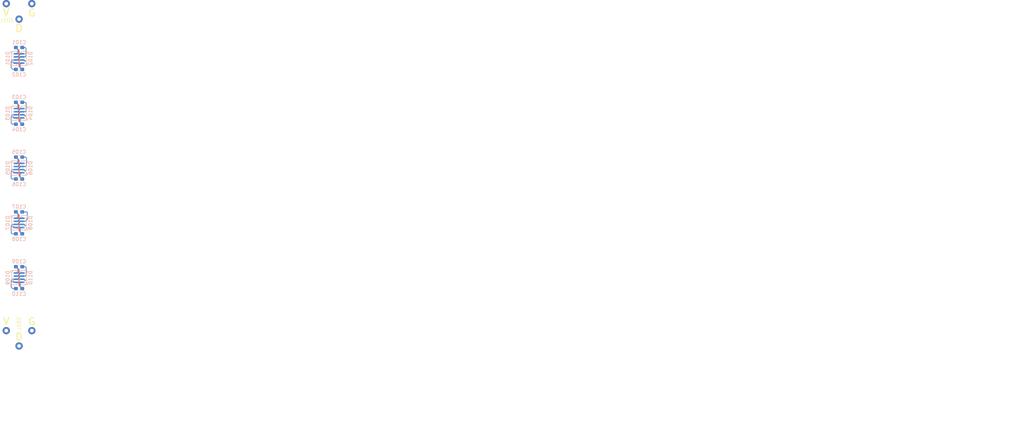
<source format=kicad_pcb>
(kicad_pcb (version 20171130) (host pcbnew "(5.1.10)-1")

  (general
    (thickness 1.6)
    (drawings 40)
    (tracks 185)
    (zones 0)
    (modules 22)
    (nets 14)
  )

  (page A4)
  (layers
    (0 F.Cu signal)
    (31 B.Cu signal)
    (32 B.Adhes user)
    (33 F.Adhes user)
    (34 B.Paste user)
    (35 F.Paste user)
    (36 B.SilkS user)
    (37 F.SilkS user)
    (38 B.Mask user)
    (39 F.Mask user)
    (40 Dwgs.User user)
    (41 Cmts.User user)
    (42 Eco1.User user)
    (43 Eco2.User user)
    (44 Edge.Cuts user)
    (45 Margin user)
    (46 B.CrtYd user)
    (47 F.CrtYd user)
    (48 B.Fab user hide)
    (49 F.Fab user hide)
  )

  (setup
    (last_trace_width 0.2)
    (user_trace_width 0.4)
    (user_trace_width 0.6)
    (trace_clearance 0.2)
    (zone_clearance 0.2)
    (zone_45_only no)
    (trace_min 0.15)
    (via_size 0.4)
    (via_drill 0.2)
    (via_min_size 0.4)
    (via_min_drill 0.2)
    (user_via 0.8 0.4)
    (uvia_size 0.4)
    (uvia_drill 0.2)
    (uvias_allowed no)
    (uvia_min_size 0.4)
    (uvia_min_drill 0.2)
    (edge_width 0.05)
    (segment_width 0.2)
    (pcb_text_width 0.3)
    (pcb_text_size 1.5 1.5)
    (mod_edge_width 0.12)
    (mod_text_size 1 1)
    (mod_text_width 0.15)
    (pad_size 1.524 1.524)
    (pad_drill 0.762)
    (pad_to_mask_clearance 0)
    (aux_axis_origin 0 0)
    (visible_elements 7FFFFFFF)
    (pcbplotparams
      (layerselection 0x010fc_ffffffff)
      (usegerberextensions false)
      (usegerberattributes true)
      (usegerberadvancedattributes true)
      (creategerberjobfile true)
      (excludeedgelayer true)
      (linewidth 0.100000)
      (plotframeref false)
      (viasonmask false)
      (mode 1)
      (useauxorigin false)
      (hpglpennumber 1)
      (hpglpenspeed 20)
      (hpglpendiameter 15.000000)
      (psnegative false)
      (psa4output false)
      (plotreference true)
      (plotvalue true)
      (plotinvisibletext false)
      (padsonsilk false)
      (subtractmaskfromsilk false)
      (outputformat 1)
      (mirror false)
      (drillshape 1)
      (scaleselection 1)
      (outputdirectory ""))
  )

  (net 0 "")
  (net 1 "Net-(D101-Pad3)")
  (net 2 "Net-(D101-Pad1)")
  (net 3 "Net-(D102-Pad3)")
  (net 4 "Net-(D103-Pad3)")
  (net 5 "Net-(D104-Pad3)")
  (net 6 "Net-(D105-Pad3)")
  (net 7 "Net-(D106-Pad3)")
  (net 8 "Net-(D107-Pad3)")
  (net 9 "Net-(D108-Pad3)")
  (net 10 "Net-(D109-Pad3)")
  (net 11 "Net-(D110-Pad3)")
  (net 12 /V1)
  (net 13 /G1)

  (net_class Default "This is the default net class."
    (clearance 0.2)
    (trace_width 0.2)
    (via_dia 0.4)
    (via_drill 0.2)
    (uvia_dia 0.4)
    (uvia_drill 0.2)
    (diff_pair_width 0.2)
    (diff_pair_gap 0.2)
    (add_net /G1)
    (add_net /V1)
    (add_net "Net-(D101-Pad1)")
    (add_net "Net-(D101-Pad3)")
    (add_net "Net-(D102-Pad3)")
    (add_net "Net-(D103-Pad3)")
    (add_net "Net-(D104-Pad3)")
    (add_net "Net-(D105-Pad3)")
    (add_net "Net-(D106-Pad3)")
    (add_net "Net-(D107-Pad3)")
    (add_net "Net-(D108-Pad3)")
    (add_net "Net-(D109-Pad3)")
    (add_net "Net-(D110-Pad3)")
  )

  (module myLibrary:WS2812B-4020 (layer B.Cu) (tedit 6181C7F0) (tstamp 618488A7)
    (at 56.5 110 90)
    (path /61ADF428)
    (fp_text reference D110 (at 0 1.6 270) (layer B.SilkS)
      (effects (font (size 1 1) (thickness 0.15)) (justify mirror))
    )
    (fp_text value WS2812B-4020 (at 0 -2 270) (layer B.Fab)
      (effects (font (size 1 1) (thickness 0.15)) (justify mirror))
    )
    (fp_line (start -1.4 0.65) (end -1.95 0.1) (layer B.SilkS) (width 0.15))
    (fp_circle (center 1.275 0.2) (end 1.35 0.2) (layer B.SilkS) (width 0.15))
    (fp_line (start 2.1 -1.05) (end 2.1 0.85) (layer B.Fab) (width 0.01))
    (fp_line (start 2.1 0.85) (end -2.1 0.85) (layer B.Fab) (width 0.01))
    (fp_line (start -2.1 0.85) (end -2.1 -1.05) (layer B.Fab) (width 0.01))
    (fp_line (start -2.1 -1.05) (end 2.1 -1.05) (layer B.Fab) (width 0.01))
    (fp_line (start -2 0) (end -1.9 0.75) (layer B.SilkS) (width 0.15))
    (fp_line (start 1.9 0.75) (end 2 0) (layer B.SilkS) (width 0.15))
    (fp_line (start 1.9 -0.95) (end 1.6 -0.95) (layer B.SilkS) (width 0.15))
    (fp_line (start -1.9 -0.95) (end -1.6 -0.95) (layer B.SilkS) (width 0.15))
    (fp_line (start -1.9 0.75) (end -1.5 0.75) (layer B.SilkS) (width 0.15))
    (fp_line (start -1.5 0.75) (end -1.25 0.5) (layer B.SilkS) (width 0.15))
    (fp_line (start -1.25 0.5) (end 1.25 0.5) (layer B.SilkS) (width 0.15))
    (fp_line (start 1.9 0.75) (end 1.5 0.75) (layer B.SilkS) (width 0.15))
    (fp_line (start 1.5 0.75) (end 1.25 0.5) (layer B.SilkS) (width 0.15))
    (fp_line (start -2.25 1.25) (end -2.25 -1.25) (layer B.CrtYd) (width 0.01))
    (fp_line (start -2.25 -1.25) (end -2.25 -1.5) (layer B.CrtYd) (width 0.01))
    (fp_line (start -2.25 -1.5) (end 2.25 -1.5) (layer B.CrtYd) (width 0.01))
    (fp_line (start 2.25 -1.5) (end 2.25 1.25) (layer B.CrtYd) (width 0.01))
    (fp_line (start 2.25 1.25) (end -2.25 1.25) (layer B.CrtYd) (width 0.01))
    (fp_line (start 1.6 -0.95) (end 1.6 -1.2) (layer B.SilkS) (width 0.15))
    (fp_line (start -1.9 -0.95) (end -2 0) (layer B.SilkS) (width 0.15))
    (fp_line (start 1.9 -0.95) (end 2 0) (layer B.SilkS) (width 0.15))
    (pad 4 smd roundrect (at -1.275 -0.65 90) (size 0.42 1.3) (layers B.Cu B.Paste B.Mask) (roundrect_rratio 0.25)
      (net 13 /G1))
    (pad 3 smd roundrect (at -0.425 -0.65 90) (size 0.42 1.3) (layers B.Cu B.Paste B.Mask) (roundrect_rratio 0.25)
      (net 11 "Net-(D110-Pad3)"))
    (pad 2 smd roundrect (at 0.425 -0.65 90) (size 0.42 1.3) (layers B.Cu B.Paste B.Mask) (roundrect_rratio 0.25)
      (net 12 /V1))
    (pad 1 smd roundrect (at 1.275 -0.65 90) (size 0.42 1.3) (layers B.Cu B.Paste B.Mask) (roundrect_rratio 0.25)
      (net 10 "Net-(D109-Pad3)"))
  )

  (module myLibrary:WS2812B-4020 (layer B.Cu) (tedit 6181C7F0) (tstamp 61848888)
    (at 53.5 110 270)
    (path /61ADF422)
    (fp_text reference D109 (at 0 1.6 270) (layer B.SilkS)
      (effects (font (size 1 1) (thickness 0.15)) (justify mirror))
    )
    (fp_text value WS2812B-4020 (at 0 -2 270) (layer B.Fab)
      (effects (font (size 1 1) (thickness 0.15)) (justify mirror))
    )
    (fp_line (start -1.4 0.65) (end -1.95 0.1) (layer B.SilkS) (width 0.15))
    (fp_circle (center 1.275 0.2) (end 1.35 0.2) (layer B.SilkS) (width 0.15))
    (fp_line (start 2.1 -1.05) (end 2.1 0.85) (layer B.Fab) (width 0.01))
    (fp_line (start 2.1 0.85) (end -2.1 0.85) (layer B.Fab) (width 0.01))
    (fp_line (start -2.1 0.85) (end -2.1 -1.05) (layer B.Fab) (width 0.01))
    (fp_line (start -2.1 -1.05) (end 2.1 -1.05) (layer B.Fab) (width 0.01))
    (fp_line (start -2 0) (end -1.9 0.75) (layer B.SilkS) (width 0.15))
    (fp_line (start 1.9 0.75) (end 2 0) (layer B.SilkS) (width 0.15))
    (fp_line (start 1.9 -0.95) (end 1.6 -0.95) (layer B.SilkS) (width 0.15))
    (fp_line (start -1.9 -0.95) (end -1.6 -0.95) (layer B.SilkS) (width 0.15))
    (fp_line (start -1.9 0.75) (end -1.5 0.75) (layer B.SilkS) (width 0.15))
    (fp_line (start -1.5 0.75) (end -1.25 0.5) (layer B.SilkS) (width 0.15))
    (fp_line (start -1.25 0.5) (end 1.25 0.5) (layer B.SilkS) (width 0.15))
    (fp_line (start 1.9 0.75) (end 1.5 0.75) (layer B.SilkS) (width 0.15))
    (fp_line (start 1.5 0.75) (end 1.25 0.5) (layer B.SilkS) (width 0.15))
    (fp_line (start -2.25 1.25) (end -2.25 -1.25) (layer B.CrtYd) (width 0.01))
    (fp_line (start -2.25 -1.25) (end -2.25 -1.5) (layer B.CrtYd) (width 0.01))
    (fp_line (start -2.25 -1.5) (end 2.25 -1.5) (layer B.CrtYd) (width 0.01))
    (fp_line (start 2.25 -1.5) (end 2.25 1.25) (layer B.CrtYd) (width 0.01))
    (fp_line (start 2.25 1.25) (end -2.25 1.25) (layer B.CrtYd) (width 0.01))
    (fp_line (start 1.6 -0.95) (end 1.6 -1.2) (layer B.SilkS) (width 0.15))
    (fp_line (start -1.9 -0.95) (end -2 0) (layer B.SilkS) (width 0.15))
    (fp_line (start 1.9 -0.95) (end 2 0) (layer B.SilkS) (width 0.15))
    (pad 4 smd roundrect (at -1.275 -0.65 270) (size 0.42 1.3) (layers B.Cu B.Paste B.Mask) (roundrect_rratio 0.25)
      (net 13 /G1))
    (pad 3 smd roundrect (at -0.425 -0.65 270) (size 0.42 1.3) (layers B.Cu B.Paste B.Mask) (roundrect_rratio 0.25)
      (net 10 "Net-(D109-Pad3)"))
    (pad 2 smd roundrect (at 0.425 -0.65 270) (size 0.42 1.3) (layers B.Cu B.Paste B.Mask) (roundrect_rratio 0.25)
      (net 12 /V1))
    (pad 1 smd roundrect (at 1.275 -0.65 270) (size 0.42 1.3) (layers B.Cu B.Paste B.Mask) (roundrect_rratio 0.25)
      (net 9 "Net-(D108-Pad3)"))
  )

  (module myLibrary:WS2812B-4020 (layer B.Cu) (tedit 6181C7F0) (tstamp 61848869)
    (at 56.5 95 90)
    (path /61ADF41C)
    (fp_text reference D108 (at 0 1.6 270) (layer B.SilkS)
      (effects (font (size 1 1) (thickness 0.15)) (justify mirror))
    )
    (fp_text value WS2812B-4020 (at 0 -2 270) (layer B.Fab)
      (effects (font (size 1 1) (thickness 0.15)) (justify mirror))
    )
    (fp_line (start -1.4 0.65) (end -1.95 0.1) (layer B.SilkS) (width 0.15))
    (fp_circle (center 1.275 0.2) (end 1.35 0.2) (layer B.SilkS) (width 0.15))
    (fp_line (start 2.1 -1.05) (end 2.1 0.85) (layer B.Fab) (width 0.01))
    (fp_line (start 2.1 0.85) (end -2.1 0.85) (layer B.Fab) (width 0.01))
    (fp_line (start -2.1 0.85) (end -2.1 -1.05) (layer B.Fab) (width 0.01))
    (fp_line (start -2.1 -1.05) (end 2.1 -1.05) (layer B.Fab) (width 0.01))
    (fp_line (start -2 0) (end -1.9 0.75) (layer B.SilkS) (width 0.15))
    (fp_line (start 1.9 0.75) (end 2 0) (layer B.SilkS) (width 0.15))
    (fp_line (start 1.9 -0.95) (end 1.6 -0.95) (layer B.SilkS) (width 0.15))
    (fp_line (start -1.9 -0.95) (end -1.6 -0.95) (layer B.SilkS) (width 0.15))
    (fp_line (start -1.9 0.75) (end -1.5 0.75) (layer B.SilkS) (width 0.15))
    (fp_line (start -1.5 0.75) (end -1.25 0.5) (layer B.SilkS) (width 0.15))
    (fp_line (start -1.25 0.5) (end 1.25 0.5) (layer B.SilkS) (width 0.15))
    (fp_line (start 1.9 0.75) (end 1.5 0.75) (layer B.SilkS) (width 0.15))
    (fp_line (start 1.5 0.75) (end 1.25 0.5) (layer B.SilkS) (width 0.15))
    (fp_line (start -2.25 1.25) (end -2.25 -1.25) (layer B.CrtYd) (width 0.01))
    (fp_line (start -2.25 -1.25) (end -2.25 -1.5) (layer B.CrtYd) (width 0.01))
    (fp_line (start -2.25 -1.5) (end 2.25 -1.5) (layer B.CrtYd) (width 0.01))
    (fp_line (start 2.25 -1.5) (end 2.25 1.25) (layer B.CrtYd) (width 0.01))
    (fp_line (start 2.25 1.25) (end -2.25 1.25) (layer B.CrtYd) (width 0.01))
    (fp_line (start 1.6 -0.95) (end 1.6 -1.2) (layer B.SilkS) (width 0.15))
    (fp_line (start -1.9 -0.95) (end -2 0) (layer B.SilkS) (width 0.15))
    (fp_line (start 1.9 -0.95) (end 2 0) (layer B.SilkS) (width 0.15))
    (pad 4 smd roundrect (at -1.275 -0.65 90) (size 0.42 1.3) (layers B.Cu B.Paste B.Mask) (roundrect_rratio 0.25)
      (net 13 /G1))
    (pad 3 smd roundrect (at -0.425 -0.65 90) (size 0.42 1.3) (layers B.Cu B.Paste B.Mask) (roundrect_rratio 0.25)
      (net 9 "Net-(D108-Pad3)"))
    (pad 2 smd roundrect (at 0.425 -0.65 90) (size 0.42 1.3) (layers B.Cu B.Paste B.Mask) (roundrect_rratio 0.25)
      (net 12 /V1))
    (pad 1 smd roundrect (at 1.275 -0.65 90) (size 0.42 1.3) (layers B.Cu B.Paste B.Mask) (roundrect_rratio 0.25)
      (net 8 "Net-(D107-Pad3)"))
  )

  (module myLibrary:WS2812B-4020 (layer B.Cu) (tedit 6181C7F0) (tstamp 6184884A)
    (at 53.5 95 270)
    (path /61ADF416)
    (fp_text reference D107 (at 0 1.6 270) (layer B.SilkS)
      (effects (font (size 1 1) (thickness 0.15)) (justify mirror))
    )
    (fp_text value WS2812B-4020 (at 0 -2 270) (layer B.Fab)
      (effects (font (size 1 1) (thickness 0.15)) (justify mirror))
    )
    (fp_line (start -1.4 0.65) (end -1.95 0.1) (layer B.SilkS) (width 0.15))
    (fp_circle (center 1.275 0.2) (end 1.35 0.2) (layer B.SilkS) (width 0.15))
    (fp_line (start 2.1 -1.05) (end 2.1 0.85) (layer B.Fab) (width 0.01))
    (fp_line (start 2.1 0.85) (end -2.1 0.85) (layer B.Fab) (width 0.01))
    (fp_line (start -2.1 0.85) (end -2.1 -1.05) (layer B.Fab) (width 0.01))
    (fp_line (start -2.1 -1.05) (end 2.1 -1.05) (layer B.Fab) (width 0.01))
    (fp_line (start -2 0) (end -1.9 0.75) (layer B.SilkS) (width 0.15))
    (fp_line (start 1.9 0.75) (end 2 0) (layer B.SilkS) (width 0.15))
    (fp_line (start 1.9 -0.95) (end 1.6 -0.95) (layer B.SilkS) (width 0.15))
    (fp_line (start -1.9 -0.95) (end -1.6 -0.95) (layer B.SilkS) (width 0.15))
    (fp_line (start -1.9 0.75) (end -1.5 0.75) (layer B.SilkS) (width 0.15))
    (fp_line (start -1.5 0.75) (end -1.25 0.5) (layer B.SilkS) (width 0.15))
    (fp_line (start -1.25 0.5) (end 1.25 0.5) (layer B.SilkS) (width 0.15))
    (fp_line (start 1.9 0.75) (end 1.5 0.75) (layer B.SilkS) (width 0.15))
    (fp_line (start 1.5 0.75) (end 1.25 0.5) (layer B.SilkS) (width 0.15))
    (fp_line (start -2.25 1.25) (end -2.25 -1.25) (layer B.CrtYd) (width 0.01))
    (fp_line (start -2.25 -1.25) (end -2.25 -1.5) (layer B.CrtYd) (width 0.01))
    (fp_line (start -2.25 -1.5) (end 2.25 -1.5) (layer B.CrtYd) (width 0.01))
    (fp_line (start 2.25 -1.5) (end 2.25 1.25) (layer B.CrtYd) (width 0.01))
    (fp_line (start 2.25 1.25) (end -2.25 1.25) (layer B.CrtYd) (width 0.01))
    (fp_line (start 1.6 -0.95) (end 1.6 -1.2) (layer B.SilkS) (width 0.15))
    (fp_line (start -1.9 -0.95) (end -2 0) (layer B.SilkS) (width 0.15))
    (fp_line (start 1.9 -0.95) (end 2 0) (layer B.SilkS) (width 0.15))
    (pad 4 smd roundrect (at -1.275 -0.65 270) (size 0.42 1.3) (layers B.Cu B.Paste B.Mask) (roundrect_rratio 0.25)
      (net 13 /G1))
    (pad 3 smd roundrect (at -0.425 -0.65 270) (size 0.42 1.3) (layers B.Cu B.Paste B.Mask) (roundrect_rratio 0.25)
      (net 8 "Net-(D107-Pad3)"))
    (pad 2 smd roundrect (at 0.425 -0.65 270) (size 0.42 1.3) (layers B.Cu B.Paste B.Mask) (roundrect_rratio 0.25)
      (net 12 /V1))
    (pad 1 smd roundrect (at 1.275 -0.65 270) (size 0.42 1.3) (layers B.Cu B.Paste B.Mask) (roundrect_rratio 0.25)
      (net 7 "Net-(D106-Pad3)"))
  )

  (module myLibrary:WS2812B-4020 (layer B.Cu) (tedit 6181C7F0) (tstamp 6184882B)
    (at 56.5 80 90)
    (path /61ADF410)
    (fp_text reference D106 (at 0 1.6 270) (layer B.SilkS)
      (effects (font (size 1 1) (thickness 0.15)) (justify mirror))
    )
    (fp_text value WS2812B-4020 (at 0 -2 270) (layer B.Fab)
      (effects (font (size 1 1) (thickness 0.15)) (justify mirror))
    )
    (fp_line (start -1.4 0.65) (end -1.95 0.1) (layer B.SilkS) (width 0.15))
    (fp_circle (center 1.275 0.2) (end 1.35 0.2) (layer B.SilkS) (width 0.15))
    (fp_line (start 2.1 -1.05) (end 2.1 0.85) (layer B.Fab) (width 0.01))
    (fp_line (start 2.1 0.85) (end -2.1 0.85) (layer B.Fab) (width 0.01))
    (fp_line (start -2.1 0.85) (end -2.1 -1.05) (layer B.Fab) (width 0.01))
    (fp_line (start -2.1 -1.05) (end 2.1 -1.05) (layer B.Fab) (width 0.01))
    (fp_line (start -2 0) (end -1.9 0.75) (layer B.SilkS) (width 0.15))
    (fp_line (start 1.9 0.75) (end 2 0) (layer B.SilkS) (width 0.15))
    (fp_line (start 1.9 -0.95) (end 1.6 -0.95) (layer B.SilkS) (width 0.15))
    (fp_line (start -1.9 -0.95) (end -1.6 -0.95) (layer B.SilkS) (width 0.15))
    (fp_line (start -1.9 0.75) (end -1.5 0.75) (layer B.SilkS) (width 0.15))
    (fp_line (start -1.5 0.75) (end -1.25 0.5) (layer B.SilkS) (width 0.15))
    (fp_line (start -1.25 0.5) (end 1.25 0.5) (layer B.SilkS) (width 0.15))
    (fp_line (start 1.9 0.75) (end 1.5 0.75) (layer B.SilkS) (width 0.15))
    (fp_line (start 1.5 0.75) (end 1.25 0.5) (layer B.SilkS) (width 0.15))
    (fp_line (start -2.25 1.25) (end -2.25 -1.25) (layer B.CrtYd) (width 0.01))
    (fp_line (start -2.25 -1.25) (end -2.25 -1.5) (layer B.CrtYd) (width 0.01))
    (fp_line (start -2.25 -1.5) (end 2.25 -1.5) (layer B.CrtYd) (width 0.01))
    (fp_line (start 2.25 -1.5) (end 2.25 1.25) (layer B.CrtYd) (width 0.01))
    (fp_line (start 2.25 1.25) (end -2.25 1.25) (layer B.CrtYd) (width 0.01))
    (fp_line (start 1.6 -0.95) (end 1.6 -1.2) (layer B.SilkS) (width 0.15))
    (fp_line (start -1.9 -0.95) (end -2 0) (layer B.SilkS) (width 0.15))
    (fp_line (start 1.9 -0.95) (end 2 0) (layer B.SilkS) (width 0.15))
    (pad 4 smd roundrect (at -1.275 -0.65 90) (size 0.42 1.3) (layers B.Cu B.Paste B.Mask) (roundrect_rratio 0.25)
      (net 13 /G1))
    (pad 3 smd roundrect (at -0.425 -0.65 90) (size 0.42 1.3) (layers B.Cu B.Paste B.Mask) (roundrect_rratio 0.25)
      (net 7 "Net-(D106-Pad3)"))
    (pad 2 smd roundrect (at 0.425 -0.65 90) (size 0.42 1.3) (layers B.Cu B.Paste B.Mask) (roundrect_rratio 0.25)
      (net 12 /V1))
    (pad 1 smd roundrect (at 1.275 -0.65 90) (size 0.42 1.3) (layers B.Cu B.Paste B.Mask) (roundrect_rratio 0.25)
      (net 6 "Net-(D105-Pad3)"))
  )

  (module myLibrary:WS2812B-4020 (layer B.Cu) (tedit 6181C7F0) (tstamp 6184880C)
    (at 53.5 80 270)
    (path /61AD47C9)
    (fp_text reference D105 (at 0 1.6 270) (layer B.SilkS)
      (effects (font (size 1 1) (thickness 0.15)) (justify mirror))
    )
    (fp_text value WS2812B-4020 (at 0 -2 270) (layer B.Fab)
      (effects (font (size 1 1) (thickness 0.15)) (justify mirror))
    )
    (fp_line (start -1.4 0.65) (end -1.95 0.1) (layer B.SilkS) (width 0.15))
    (fp_circle (center 1.275 0.2) (end 1.35 0.2) (layer B.SilkS) (width 0.15))
    (fp_line (start 2.1 -1.05) (end 2.1 0.85) (layer B.Fab) (width 0.01))
    (fp_line (start 2.1 0.85) (end -2.1 0.85) (layer B.Fab) (width 0.01))
    (fp_line (start -2.1 0.85) (end -2.1 -1.05) (layer B.Fab) (width 0.01))
    (fp_line (start -2.1 -1.05) (end 2.1 -1.05) (layer B.Fab) (width 0.01))
    (fp_line (start -2 0) (end -1.9 0.75) (layer B.SilkS) (width 0.15))
    (fp_line (start 1.9 0.75) (end 2 0) (layer B.SilkS) (width 0.15))
    (fp_line (start 1.9 -0.95) (end 1.6 -0.95) (layer B.SilkS) (width 0.15))
    (fp_line (start -1.9 -0.95) (end -1.6 -0.95) (layer B.SilkS) (width 0.15))
    (fp_line (start -1.9 0.75) (end -1.5 0.75) (layer B.SilkS) (width 0.15))
    (fp_line (start -1.5 0.75) (end -1.25 0.5) (layer B.SilkS) (width 0.15))
    (fp_line (start -1.25 0.5) (end 1.25 0.5) (layer B.SilkS) (width 0.15))
    (fp_line (start 1.9 0.75) (end 1.5 0.75) (layer B.SilkS) (width 0.15))
    (fp_line (start 1.5 0.75) (end 1.25 0.5) (layer B.SilkS) (width 0.15))
    (fp_line (start -2.25 1.25) (end -2.25 -1.25) (layer B.CrtYd) (width 0.01))
    (fp_line (start -2.25 -1.25) (end -2.25 -1.5) (layer B.CrtYd) (width 0.01))
    (fp_line (start -2.25 -1.5) (end 2.25 -1.5) (layer B.CrtYd) (width 0.01))
    (fp_line (start 2.25 -1.5) (end 2.25 1.25) (layer B.CrtYd) (width 0.01))
    (fp_line (start 2.25 1.25) (end -2.25 1.25) (layer B.CrtYd) (width 0.01))
    (fp_line (start 1.6 -0.95) (end 1.6 -1.2) (layer B.SilkS) (width 0.15))
    (fp_line (start -1.9 -0.95) (end -2 0) (layer B.SilkS) (width 0.15))
    (fp_line (start 1.9 -0.95) (end 2 0) (layer B.SilkS) (width 0.15))
    (pad 4 smd roundrect (at -1.275 -0.65 270) (size 0.42 1.3) (layers B.Cu B.Paste B.Mask) (roundrect_rratio 0.25)
      (net 13 /G1))
    (pad 3 smd roundrect (at -0.425 -0.65 270) (size 0.42 1.3) (layers B.Cu B.Paste B.Mask) (roundrect_rratio 0.25)
      (net 6 "Net-(D105-Pad3)"))
    (pad 2 smd roundrect (at 0.425 -0.65 270) (size 0.42 1.3) (layers B.Cu B.Paste B.Mask) (roundrect_rratio 0.25)
      (net 12 /V1))
    (pad 1 smd roundrect (at 1.275 -0.65 270) (size 0.42 1.3) (layers B.Cu B.Paste B.Mask) (roundrect_rratio 0.25)
      (net 5 "Net-(D104-Pad3)"))
  )

  (module myLibrary:WS2812B-4020 (layer B.Cu) (tedit 6181C7F0) (tstamp 618487ED)
    (at 56.5 65 90)
    (path /61AD3ED7)
    (fp_text reference D104 (at 0 1.6 270) (layer B.SilkS)
      (effects (font (size 1 1) (thickness 0.15)) (justify mirror))
    )
    (fp_text value WS2812B-4020 (at 0 -2 270) (layer B.Fab)
      (effects (font (size 1 1) (thickness 0.15)) (justify mirror))
    )
    (fp_line (start -1.4 0.65) (end -1.95 0.1) (layer B.SilkS) (width 0.15))
    (fp_circle (center 1.275 0.2) (end 1.35 0.2) (layer B.SilkS) (width 0.15))
    (fp_line (start 2.1 -1.05) (end 2.1 0.85) (layer B.Fab) (width 0.01))
    (fp_line (start 2.1 0.85) (end -2.1 0.85) (layer B.Fab) (width 0.01))
    (fp_line (start -2.1 0.85) (end -2.1 -1.05) (layer B.Fab) (width 0.01))
    (fp_line (start -2.1 -1.05) (end 2.1 -1.05) (layer B.Fab) (width 0.01))
    (fp_line (start -2 0) (end -1.9 0.75) (layer B.SilkS) (width 0.15))
    (fp_line (start 1.9 0.75) (end 2 0) (layer B.SilkS) (width 0.15))
    (fp_line (start 1.9 -0.95) (end 1.6 -0.95) (layer B.SilkS) (width 0.15))
    (fp_line (start -1.9 -0.95) (end -1.6 -0.95) (layer B.SilkS) (width 0.15))
    (fp_line (start -1.9 0.75) (end -1.5 0.75) (layer B.SilkS) (width 0.15))
    (fp_line (start -1.5 0.75) (end -1.25 0.5) (layer B.SilkS) (width 0.15))
    (fp_line (start -1.25 0.5) (end 1.25 0.5) (layer B.SilkS) (width 0.15))
    (fp_line (start 1.9 0.75) (end 1.5 0.75) (layer B.SilkS) (width 0.15))
    (fp_line (start 1.5 0.75) (end 1.25 0.5) (layer B.SilkS) (width 0.15))
    (fp_line (start -2.25 1.25) (end -2.25 -1.25) (layer B.CrtYd) (width 0.01))
    (fp_line (start -2.25 -1.25) (end -2.25 -1.5) (layer B.CrtYd) (width 0.01))
    (fp_line (start -2.25 -1.5) (end 2.25 -1.5) (layer B.CrtYd) (width 0.01))
    (fp_line (start 2.25 -1.5) (end 2.25 1.25) (layer B.CrtYd) (width 0.01))
    (fp_line (start 2.25 1.25) (end -2.25 1.25) (layer B.CrtYd) (width 0.01))
    (fp_line (start 1.6 -0.95) (end 1.6 -1.2) (layer B.SilkS) (width 0.15))
    (fp_line (start -1.9 -0.95) (end -2 0) (layer B.SilkS) (width 0.15))
    (fp_line (start 1.9 -0.95) (end 2 0) (layer B.SilkS) (width 0.15))
    (pad 4 smd roundrect (at -1.275 -0.65 90) (size 0.42 1.3) (layers B.Cu B.Paste B.Mask) (roundrect_rratio 0.25)
      (net 13 /G1))
    (pad 3 smd roundrect (at -0.425 -0.65 90) (size 0.42 1.3) (layers B.Cu B.Paste B.Mask) (roundrect_rratio 0.25)
      (net 5 "Net-(D104-Pad3)"))
    (pad 2 smd roundrect (at 0.425 -0.65 90) (size 0.42 1.3) (layers B.Cu B.Paste B.Mask) (roundrect_rratio 0.25)
      (net 12 /V1))
    (pad 1 smd roundrect (at 1.275 -0.65 90) (size 0.42 1.3) (layers B.Cu B.Paste B.Mask) (roundrect_rratio 0.25)
      (net 4 "Net-(D103-Pad3)"))
  )

  (module myLibrary:WS2812B-4020 (layer B.Cu) (tedit 6181C7F0) (tstamp 618487CE)
    (at 53.5 65 270)
    (path /61AD387B)
    (fp_text reference D103 (at 0 1.6 270) (layer B.SilkS)
      (effects (font (size 1 1) (thickness 0.15)) (justify mirror))
    )
    (fp_text value WS2812B-4020 (at 0 -2 270) (layer B.Fab)
      (effects (font (size 1 1) (thickness 0.15)) (justify mirror))
    )
    (fp_line (start -1.4 0.65) (end -1.95 0.1) (layer B.SilkS) (width 0.15))
    (fp_circle (center 1.275 0.2) (end 1.35 0.2) (layer B.SilkS) (width 0.15))
    (fp_line (start 2.1 -1.05) (end 2.1 0.85) (layer B.Fab) (width 0.01))
    (fp_line (start 2.1 0.85) (end -2.1 0.85) (layer B.Fab) (width 0.01))
    (fp_line (start -2.1 0.85) (end -2.1 -1.05) (layer B.Fab) (width 0.01))
    (fp_line (start -2.1 -1.05) (end 2.1 -1.05) (layer B.Fab) (width 0.01))
    (fp_line (start -2 0) (end -1.9 0.75) (layer B.SilkS) (width 0.15))
    (fp_line (start 1.9 0.75) (end 2 0) (layer B.SilkS) (width 0.15))
    (fp_line (start 1.9 -0.95) (end 1.6 -0.95) (layer B.SilkS) (width 0.15))
    (fp_line (start -1.9 -0.95) (end -1.6 -0.95) (layer B.SilkS) (width 0.15))
    (fp_line (start -1.9 0.75) (end -1.5 0.75) (layer B.SilkS) (width 0.15))
    (fp_line (start -1.5 0.75) (end -1.25 0.5) (layer B.SilkS) (width 0.15))
    (fp_line (start -1.25 0.5) (end 1.25 0.5) (layer B.SilkS) (width 0.15))
    (fp_line (start 1.9 0.75) (end 1.5 0.75) (layer B.SilkS) (width 0.15))
    (fp_line (start 1.5 0.75) (end 1.25 0.5) (layer B.SilkS) (width 0.15))
    (fp_line (start -2.25 1.25) (end -2.25 -1.25) (layer B.CrtYd) (width 0.01))
    (fp_line (start -2.25 -1.25) (end -2.25 -1.5) (layer B.CrtYd) (width 0.01))
    (fp_line (start -2.25 -1.5) (end 2.25 -1.5) (layer B.CrtYd) (width 0.01))
    (fp_line (start 2.25 -1.5) (end 2.25 1.25) (layer B.CrtYd) (width 0.01))
    (fp_line (start 2.25 1.25) (end -2.25 1.25) (layer B.CrtYd) (width 0.01))
    (fp_line (start 1.6 -0.95) (end 1.6 -1.2) (layer B.SilkS) (width 0.15))
    (fp_line (start -1.9 -0.95) (end -2 0) (layer B.SilkS) (width 0.15))
    (fp_line (start 1.9 -0.95) (end 2 0) (layer B.SilkS) (width 0.15))
    (pad 4 smd roundrect (at -1.275 -0.65 270) (size 0.42 1.3) (layers B.Cu B.Paste B.Mask) (roundrect_rratio 0.25)
      (net 13 /G1))
    (pad 3 smd roundrect (at -0.425 -0.65 270) (size 0.42 1.3) (layers B.Cu B.Paste B.Mask) (roundrect_rratio 0.25)
      (net 4 "Net-(D103-Pad3)"))
    (pad 2 smd roundrect (at 0.425 -0.65 270) (size 0.42 1.3) (layers B.Cu B.Paste B.Mask) (roundrect_rratio 0.25)
      (net 12 /V1))
    (pad 1 smd roundrect (at 1.275 -0.65 270) (size 0.42 1.3) (layers B.Cu B.Paste B.Mask) (roundrect_rratio 0.25)
      (net 3 "Net-(D102-Pad3)"))
  )

  (module myLibrary:WS2812B-4020 (layer B.Cu) (tedit 6181C7F0) (tstamp 618487AF)
    (at 56.5 50 90)
    (path /61AD2886)
    (fp_text reference D102 (at 0 1.6 270) (layer B.SilkS)
      (effects (font (size 1 1) (thickness 0.15)) (justify mirror))
    )
    (fp_text value WS2812B-4020 (at 0 -2 270) (layer B.Fab)
      (effects (font (size 1 1) (thickness 0.15)) (justify mirror))
    )
    (fp_line (start -1.4 0.65) (end -1.95 0.1) (layer B.SilkS) (width 0.15))
    (fp_circle (center 1.275 0.2) (end 1.35 0.2) (layer B.SilkS) (width 0.15))
    (fp_line (start 2.1 -1.05) (end 2.1 0.85) (layer B.Fab) (width 0.01))
    (fp_line (start 2.1 0.85) (end -2.1 0.85) (layer B.Fab) (width 0.01))
    (fp_line (start -2.1 0.85) (end -2.1 -1.05) (layer B.Fab) (width 0.01))
    (fp_line (start -2.1 -1.05) (end 2.1 -1.05) (layer B.Fab) (width 0.01))
    (fp_line (start -2 0) (end -1.9 0.75) (layer B.SilkS) (width 0.15))
    (fp_line (start 1.9 0.75) (end 2 0) (layer B.SilkS) (width 0.15))
    (fp_line (start 1.9 -0.95) (end 1.6 -0.95) (layer B.SilkS) (width 0.15))
    (fp_line (start -1.9 -0.95) (end -1.6 -0.95) (layer B.SilkS) (width 0.15))
    (fp_line (start -1.9 0.75) (end -1.5 0.75) (layer B.SilkS) (width 0.15))
    (fp_line (start -1.5 0.75) (end -1.25 0.5) (layer B.SilkS) (width 0.15))
    (fp_line (start -1.25 0.5) (end 1.25 0.5) (layer B.SilkS) (width 0.15))
    (fp_line (start 1.9 0.75) (end 1.5 0.75) (layer B.SilkS) (width 0.15))
    (fp_line (start 1.5 0.75) (end 1.25 0.5) (layer B.SilkS) (width 0.15))
    (fp_line (start -2.25 1.25) (end -2.25 -1.25) (layer B.CrtYd) (width 0.01))
    (fp_line (start -2.25 -1.25) (end -2.25 -1.5) (layer B.CrtYd) (width 0.01))
    (fp_line (start -2.25 -1.5) (end 2.25 -1.5) (layer B.CrtYd) (width 0.01))
    (fp_line (start 2.25 -1.5) (end 2.25 1.25) (layer B.CrtYd) (width 0.01))
    (fp_line (start 2.25 1.25) (end -2.25 1.25) (layer B.CrtYd) (width 0.01))
    (fp_line (start 1.6 -0.95) (end 1.6 -1.2) (layer B.SilkS) (width 0.15))
    (fp_line (start -1.9 -0.95) (end -2 0) (layer B.SilkS) (width 0.15))
    (fp_line (start 1.9 -0.95) (end 2 0) (layer B.SilkS) (width 0.15))
    (pad 4 smd roundrect (at -1.275 -0.65 90) (size 0.42 1.3) (layers B.Cu B.Paste B.Mask) (roundrect_rratio 0.25)
      (net 13 /G1))
    (pad 3 smd roundrect (at -0.425 -0.65 90) (size 0.42 1.3) (layers B.Cu B.Paste B.Mask) (roundrect_rratio 0.25)
      (net 3 "Net-(D102-Pad3)"))
    (pad 2 smd roundrect (at 0.425 -0.65 90) (size 0.42 1.3) (layers B.Cu B.Paste B.Mask) (roundrect_rratio 0.25)
      (net 12 /V1))
    (pad 1 smd roundrect (at 1.275 -0.65 90) (size 0.42 1.3) (layers B.Cu B.Paste B.Mask) (roundrect_rratio 0.25)
      (net 1 "Net-(D101-Pad3)"))
  )

  (module Capacitor_SMD:C_0603_1608Metric_Pad1.08x0.95mm_HandSolder (layer B.Cu) (tedit 5F68FEEF) (tstamp 61848754)
    (at 55 113)
    (descr "Capacitor SMD 0603 (1608 Metric), square (rectangular) end terminal, IPC_7351 nominal with elongated pad for handsoldering. (Body size source: IPC-SM-782 page 76, https://www.pcb-3d.com/wordpress/wp-content/uploads/ipc-sm-782a_amendment_1_and_2.pdf), generated with kicad-footprint-generator")
    (tags "capacitor handsolder")
    (path /61CA3284)
    (attr smd)
    (fp_text reference C110 (at 0 1.43) (layer B.SilkS)
      (effects (font (size 1 1) (thickness 0.15)) (justify mirror))
    )
    (fp_text value 100n (at 0 -1.43) (layer B.Fab)
      (effects (font (size 1 1) (thickness 0.15)) (justify mirror))
    )
    (fp_text user %R (at 0 0) (layer B.Fab)
      (effects (font (size 0.4 0.4) (thickness 0.06)) (justify mirror))
    )
    (fp_line (start -0.8 -0.4) (end -0.8 0.4) (layer B.Fab) (width 0.1))
    (fp_line (start -0.8 0.4) (end 0.8 0.4) (layer B.Fab) (width 0.1))
    (fp_line (start 0.8 0.4) (end 0.8 -0.4) (layer B.Fab) (width 0.1))
    (fp_line (start 0.8 -0.4) (end -0.8 -0.4) (layer B.Fab) (width 0.1))
    (fp_line (start -0.146267 0.51) (end 0.146267 0.51) (layer B.SilkS) (width 0.12))
    (fp_line (start -0.146267 -0.51) (end 0.146267 -0.51) (layer B.SilkS) (width 0.12))
    (fp_line (start -1.65 -0.73) (end -1.65 0.73) (layer B.CrtYd) (width 0.05))
    (fp_line (start -1.65 0.73) (end 1.65 0.73) (layer B.CrtYd) (width 0.05))
    (fp_line (start 1.65 0.73) (end 1.65 -0.73) (layer B.CrtYd) (width 0.05))
    (fp_line (start 1.65 -0.73) (end -1.65 -0.73) (layer B.CrtYd) (width 0.05))
    (pad 2 smd roundrect (at 0.8625 0) (size 1.075 0.95) (layers B.Cu B.Paste B.Mask) (roundrect_rratio 0.25)
      (net 13 /G1))
    (pad 1 smd roundrect (at -0.8625 0) (size 1.075 0.95) (layers B.Cu B.Paste B.Mask) (roundrect_rratio 0.25)
      (net 12 /V1))
    (model ${KISYS3DMOD}/Capacitor_SMD.3dshapes/C_0603_1608Metric.wrl
      (at (xyz 0 0 0))
      (scale (xyz 1 1 1))
      (rotate (xyz 0 0 0))
    )
  )

  (module Capacitor_SMD:C_0603_1608Metric_Pad1.08x0.95mm_HandSolder (layer B.Cu) (tedit 5F68FEEF) (tstamp 61848743)
    (at 55 107 180)
    (descr "Capacitor SMD 0603 (1608 Metric), square (rectangular) end terminal, IPC_7351 nominal with elongated pad for handsoldering. (Body size source: IPC-SM-782 page 76, https://www.pcb-3d.com/wordpress/wp-content/uploads/ipc-sm-782a_amendment_1_and_2.pdf), generated with kicad-footprint-generator")
    (tags "capacitor handsolder")
    (path /61C9907D)
    (attr smd)
    (fp_text reference C109 (at 0 1.43) (layer B.SilkS)
      (effects (font (size 1 1) (thickness 0.15)) (justify mirror))
    )
    (fp_text value 100n (at 0 -1.43) (layer B.Fab)
      (effects (font (size 1 1) (thickness 0.15)) (justify mirror))
    )
    (fp_text user %R (at 0 0) (layer B.Fab)
      (effects (font (size 0.4 0.4) (thickness 0.06)) (justify mirror))
    )
    (fp_line (start -0.8 -0.4) (end -0.8 0.4) (layer B.Fab) (width 0.1))
    (fp_line (start -0.8 0.4) (end 0.8 0.4) (layer B.Fab) (width 0.1))
    (fp_line (start 0.8 0.4) (end 0.8 -0.4) (layer B.Fab) (width 0.1))
    (fp_line (start 0.8 -0.4) (end -0.8 -0.4) (layer B.Fab) (width 0.1))
    (fp_line (start -0.146267 0.51) (end 0.146267 0.51) (layer B.SilkS) (width 0.12))
    (fp_line (start -0.146267 -0.51) (end 0.146267 -0.51) (layer B.SilkS) (width 0.12))
    (fp_line (start -1.65 -0.73) (end -1.65 0.73) (layer B.CrtYd) (width 0.05))
    (fp_line (start -1.65 0.73) (end 1.65 0.73) (layer B.CrtYd) (width 0.05))
    (fp_line (start 1.65 0.73) (end 1.65 -0.73) (layer B.CrtYd) (width 0.05))
    (fp_line (start 1.65 -0.73) (end -1.65 -0.73) (layer B.CrtYd) (width 0.05))
    (pad 2 smd roundrect (at 0.8625 0 180) (size 1.075 0.95) (layers B.Cu B.Paste B.Mask) (roundrect_rratio 0.25)
      (net 13 /G1))
    (pad 1 smd roundrect (at -0.8625 0 180) (size 1.075 0.95) (layers B.Cu B.Paste B.Mask) (roundrect_rratio 0.25)
      (net 12 /V1))
    (model ${KISYS3DMOD}/Capacitor_SMD.3dshapes/C_0603_1608Metric.wrl
      (at (xyz 0 0 0))
      (scale (xyz 1 1 1))
      (rotate (xyz 0 0 0))
    )
  )

  (module Capacitor_SMD:C_0603_1608Metric_Pad1.08x0.95mm_HandSolder (layer B.Cu) (tedit 5F68FEEF) (tstamp 61848732)
    (at 55 98)
    (descr "Capacitor SMD 0603 (1608 Metric), square (rectangular) end terminal, IPC_7351 nominal with elongated pad for handsoldering. (Body size source: IPC-SM-782 page 76, https://www.pcb-3d.com/wordpress/wp-content/uploads/ipc-sm-782a_amendment_1_and_2.pdf), generated with kicad-footprint-generator")
    (tags "capacitor handsolder")
    (path /61C8F25E)
    (attr smd)
    (fp_text reference C108 (at 0 1.43) (layer B.SilkS)
      (effects (font (size 1 1) (thickness 0.15)) (justify mirror))
    )
    (fp_text value 100n (at 0 -1.43) (layer B.Fab)
      (effects (font (size 1 1) (thickness 0.15)) (justify mirror))
    )
    (fp_text user %R (at 0 0) (layer B.Fab)
      (effects (font (size 0.4 0.4) (thickness 0.06)) (justify mirror))
    )
    (fp_line (start -0.8 -0.4) (end -0.8 0.4) (layer B.Fab) (width 0.1))
    (fp_line (start -0.8 0.4) (end 0.8 0.4) (layer B.Fab) (width 0.1))
    (fp_line (start 0.8 0.4) (end 0.8 -0.4) (layer B.Fab) (width 0.1))
    (fp_line (start 0.8 -0.4) (end -0.8 -0.4) (layer B.Fab) (width 0.1))
    (fp_line (start -0.146267 0.51) (end 0.146267 0.51) (layer B.SilkS) (width 0.12))
    (fp_line (start -0.146267 -0.51) (end 0.146267 -0.51) (layer B.SilkS) (width 0.12))
    (fp_line (start -1.65 -0.73) (end -1.65 0.73) (layer B.CrtYd) (width 0.05))
    (fp_line (start -1.65 0.73) (end 1.65 0.73) (layer B.CrtYd) (width 0.05))
    (fp_line (start 1.65 0.73) (end 1.65 -0.73) (layer B.CrtYd) (width 0.05))
    (fp_line (start 1.65 -0.73) (end -1.65 -0.73) (layer B.CrtYd) (width 0.05))
    (pad 2 smd roundrect (at 0.8625 0) (size 1.075 0.95) (layers B.Cu B.Paste B.Mask) (roundrect_rratio 0.25)
      (net 13 /G1))
    (pad 1 smd roundrect (at -0.8625 0) (size 1.075 0.95) (layers B.Cu B.Paste B.Mask) (roundrect_rratio 0.25)
      (net 12 /V1))
    (model ${KISYS3DMOD}/Capacitor_SMD.3dshapes/C_0603_1608Metric.wrl
      (at (xyz 0 0 0))
      (scale (xyz 1 1 1))
      (rotate (xyz 0 0 0))
    )
  )

  (module Capacitor_SMD:C_0603_1608Metric_Pad1.08x0.95mm_HandSolder (layer B.Cu) (tedit 5F68FEEF) (tstamp 61848721)
    (at 55 92 180)
    (descr "Capacitor SMD 0603 (1608 Metric), square (rectangular) end terminal, IPC_7351 nominal with elongated pad for handsoldering. (Body size source: IPC-SM-782 page 76, https://www.pcb-3d.com/wordpress/wp-content/uploads/ipc-sm-782a_amendment_1_and_2.pdf), generated with kicad-footprint-generator")
    (tags "capacitor handsolder")
    (path /61C8569C)
    (attr smd)
    (fp_text reference C107 (at 0 1.43) (layer B.SilkS)
      (effects (font (size 1 1) (thickness 0.15)) (justify mirror))
    )
    (fp_text value 100n (at 0 -1.43) (layer B.Fab)
      (effects (font (size 1 1) (thickness 0.15)) (justify mirror))
    )
    (fp_text user %R (at 0 0) (layer B.Fab)
      (effects (font (size 0.4 0.4) (thickness 0.06)) (justify mirror))
    )
    (fp_line (start -0.8 -0.4) (end -0.8 0.4) (layer B.Fab) (width 0.1))
    (fp_line (start -0.8 0.4) (end 0.8 0.4) (layer B.Fab) (width 0.1))
    (fp_line (start 0.8 0.4) (end 0.8 -0.4) (layer B.Fab) (width 0.1))
    (fp_line (start 0.8 -0.4) (end -0.8 -0.4) (layer B.Fab) (width 0.1))
    (fp_line (start -0.146267 0.51) (end 0.146267 0.51) (layer B.SilkS) (width 0.12))
    (fp_line (start -0.146267 -0.51) (end 0.146267 -0.51) (layer B.SilkS) (width 0.12))
    (fp_line (start -1.65 -0.73) (end -1.65 0.73) (layer B.CrtYd) (width 0.05))
    (fp_line (start -1.65 0.73) (end 1.65 0.73) (layer B.CrtYd) (width 0.05))
    (fp_line (start 1.65 0.73) (end 1.65 -0.73) (layer B.CrtYd) (width 0.05))
    (fp_line (start 1.65 -0.73) (end -1.65 -0.73) (layer B.CrtYd) (width 0.05))
    (pad 2 smd roundrect (at 0.8625 0 180) (size 1.075 0.95) (layers B.Cu B.Paste B.Mask) (roundrect_rratio 0.25)
      (net 13 /G1))
    (pad 1 smd roundrect (at -0.8625 0 180) (size 1.075 0.95) (layers B.Cu B.Paste B.Mask) (roundrect_rratio 0.25)
      (net 12 /V1))
    (model ${KISYS3DMOD}/Capacitor_SMD.3dshapes/C_0603_1608Metric.wrl
      (at (xyz 0 0 0))
      (scale (xyz 1 1 1))
      (rotate (xyz 0 0 0))
    )
  )

  (module Capacitor_SMD:C_0603_1608Metric_Pad1.08x0.95mm_HandSolder (layer B.Cu) (tedit 5F68FEEF) (tstamp 61848710)
    (at 55 83)
    (descr "Capacitor SMD 0603 (1608 Metric), square (rectangular) end terminal, IPC_7351 nominal with elongated pad for handsoldering. (Body size source: IPC-SM-782 page 76, https://www.pcb-3d.com/wordpress/wp-content/uploads/ipc-sm-782a_amendment_1_and_2.pdf), generated with kicad-footprint-generator")
    (tags "capacitor handsolder")
    (path /61C7BC1A)
    (attr smd)
    (fp_text reference C106 (at 0 1.43) (layer B.SilkS)
      (effects (font (size 1 1) (thickness 0.15)) (justify mirror))
    )
    (fp_text value 100n (at 0 -1.43) (layer B.Fab)
      (effects (font (size 1 1) (thickness 0.15)) (justify mirror))
    )
    (fp_text user %R (at 0 0) (layer B.Fab)
      (effects (font (size 0.4 0.4) (thickness 0.06)) (justify mirror))
    )
    (fp_line (start -0.8 -0.4) (end -0.8 0.4) (layer B.Fab) (width 0.1))
    (fp_line (start -0.8 0.4) (end 0.8 0.4) (layer B.Fab) (width 0.1))
    (fp_line (start 0.8 0.4) (end 0.8 -0.4) (layer B.Fab) (width 0.1))
    (fp_line (start 0.8 -0.4) (end -0.8 -0.4) (layer B.Fab) (width 0.1))
    (fp_line (start -0.146267 0.51) (end 0.146267 0.51) (layer B.SilkS) (width 0.12))
    (fp_line (start -0.146267 -0.51) (end 0.146267 -0.51) (layer B.SilkS) (width 0.12))
    (fp_line (start -1.65 -0.73) (end -1.65 0.73) (layer B.CrtYd) (width 0.05))
    (fp_line (start -1.65 0.73) (end 1.65 0.73) (layer B.CrtYd) (width 0.05))
    (fp_line (start 1.65 0.73) (end 1.65 -0.73) (layer B.CrtYd) (width 0.05))
    (fp_line (start 1.65 -0.73) (end -1.65 -0.73) (layer B.CrtYd) (width 0.05))
    (pad 2 smd roundrect (at 0.8625 0) (size 1.075 0.95) (layers B.Cu B.Paste B.Mask) (roundrect_rratio 0.25)
      (net 13 /G1))
    (pad 1 smd roundrect (at -0.8625 0) (size 1.075 0.95) (layers B.Cu B.Paste B.Mask) (roundrect_rratio 0.25)
      (net 12 /V1))
    (model ${KISYS3DMOD}/Capacitor_SMD.3dshapes/C_0603_1608Metric.wrl
      (at (xyz 0 0 0))
      (scale (xyz 1 1 1))
      (rotate (xyz 0 0 0))
    )
  )

  (module Capacitor_SMD:C_0603_1608Metric_Pad1.08x0.95mm_HandSolder (layer B.Cu) (tedit 5F68FEEF) (tstamp 618486FF)
    (at 55 77 180)
    (descr "Capacitor SMD 0603 (1608 Metric), square (rectangular) end terminal, IPC_7351 nominal with elongated pad for handsoldering. (Body size source: IPC-SM-782 page 76, https://www.pcb-3d.com/wordpress/wp-content/uploads/ipc-sm-782a_amendment_1_and_2.pdf), generated with kicad-footprint-generator")
    (tags "capacitor handsolder")
    (path /61C43FD6)
    (attr smd)
    (fp_text reference C105 (at 0 1.43) (layer B.SilkS)
      (effects (font (size 1 1) (thickness 0.15)) (justify mirror))
    )
    (fp_text value 100n (at 0 -1.43) (layer B.Fab)
      (effects (font (size 1 1) (thickness 0.15)) (justify mirror))
    )
    (fp_text user %R (at 0 0) (layer B.Fab)
      (effects (font (size 0.4 0.4) (thickness 0.06)) (justify mirror))
    )
    (fp_line (start -0.8 -0.4) (end -0.8 0.4) (layer B.Fab) (width 0.1))
    (fp_line (start -0.8 0.4) (end 0.8 0.4) (layer B.Fab) (width 0.1))
    (fp_line (start 0.8 0.4) (end 0.8 -0.4) (layer B.Fab) (width 0.1))
    (fp_line (start 0.8 -0.4) (end -0.8 -0.4) (layer B.Fab) (width 0.1))
    (fp_line (start -0.146267 0.51) (end 0.146267 0.51) (layer B.SilkS) (width 0.12))
    (fp_line (start -0.146267 -0.51) (end 0.146267 -0.51) (layer B.SilkS) (width 0.12))
    (fp_line (start -1.65 -0.73) (end -1.65 0.73) (layer B.CrtYd) (width 0.05))
    (fp_line (start -1.65 0.73) (end 1.65 0.73) (layer B.CrtYd) (width 0.05))
    (fp_line (start 1.65 0.73) (end 1.65 -0.73) (layer B.CrtYd) (width 0.05))
    (fp_line (start 1.65 -0.73) (end -1.65 -0.73) (layer B.CrtYd) (width 0.05))
    (pad 2 smd roundrect (at 0.8625 0 180) (size 1.075 0.95) (layers B.Cu B.Paste B.Mask) (roundrect_rratio 0.25)
      (net 13 /G1))
    (pad 1 smd roundrect (at -0.8625 0 180) (size 1.075 0.95) (layers B.Cu B.Paste B.Mask) (roundrect_rratio 0.25)
      (net 12 /V1))
    (model ${KISYS3DMOD}/Capacitor_SMD.3dshapes/C_0603_1608Metric.wrl
      (at (xyz 0 0 0))
      (scale (xyz 1 1 1))
      (rotate (xyz 0 0 0))
    )
  )

  (module Capacitor_SMD:C_0603_1608Metric_Pad1.08x0.95mm_HandSolder (layer B.Cu) (tedit 5F68FEEF) (tstamp 618486EE)
    (at 55 68)
    (descr "Capacitor SMD 0603 (1608 Metric), square (rectangular) end terminal, IPC_7351 nominal with elongated pad for handsoldering. (Body size source: IPC-SM-782 page 76, https://www.pcb-3d.com/wordpress/wp-content/uploads/ipc-sm-782a_amendment_1_and_2.pdf), generated with kicad-footprint-generator")
    (tags "capacitor handsolder")
    (path /61C3ACA0)
    (attr smd)
    (fp_text reference C104 (at 0 1.43) (layer B.SilkS)
      (effects (font (size 1 1) (thickness 0.15)) (justify mirror))
    )
    (fp_text value 100n (at 0 -1.43) (layer B.Fab)
      (effects (font (size 1 1) (thickness 0.15)) (justify mirror))
    )
    (fp_text user %R (at 0 0) (layer B.Fab)
      (effects (font (size 0.4 0.4) (thickness 0.06)) (justify mirror))
    )
    (fp_line (start -0.8 -0.4) (end -0.8 0.4) (layer B.Fab) (width 0.1))
    (fp_line (start -0.8 0.4) (end 0.8 0.4) (layer B.Fab) (width 0.1))
    (fp_line (start 0.8 0.4) (end 0.8 -0.4) (layer B.Fab) (width 0.1))
    (fp_line (start 0.8 -0.4) (end -0.8 -0.4) (layer B.Fab) (width 0.1))
    (fp_line (start -0.146267 0.51) (end 0.146267 0.51) (layer B.SilkS) (width 0.12))
    (fp_line (start -0.146267 -0.51) (end 0.146267 -0.51) (layer B.SilkS) (width 0.12))
    (fp_line (start -1.65 -0.73) (end -1.65 0.73) (layer B.CrtYd) (width 0.05))
    (fp_line (start -1.65 0.73) (end 1.65 0.73) (layer B.CrtYd) (width 0.05))
    (fp_line (start 1.65 0.73) (end 1.65 -0.73) (layer B.CrtYd) (width 0.05))
    (fp_line (start 1.65 -0.73) (end -1.65 -0.73) (layer B.CrtYd) (width 0.05))
    (pad 2 smd roundrect (at 0.8625 0) (size 1.075 0.95) (layers B.Cu B.Paste B.Mask) (roundrect_rratio 0.25)
      (net 13 /G1))
    (pad 1 smd roundrect (at -0.8625 0) (size 1.075 0.95) (layers B.Cu B.Paste B.Mask) (roundrect_rratio 0.25)
      (net 12 /V1))
    (model ${KISYS3DMOD}/Capacitor_SMD.3dshapes/C_0603_1608Metric.wrl
      (at (xyz 0 0 0))
      (scale (xyz 1 1 1))
      (rotate (xyz 0 0 0))
    )
  )

  (module Capacitor_SMD:C_0603_1608Metric_Pad1.08x0.95mm_HandSolder (layer B.Cu) (tedit 5F68FEEF) (tstamp 618486DD)
    (at 55 62 180)
    (descr "Capacitor SMD 0603 (1608 Metric), square (rectangular) end terminal, IPC_7351 nominal with elongated pad for handsoldering. (Body size source: IPC-SM-782 page 76, https://www.pcb-3d.com/wordpress/wp-content/uploads/ipc-sm-782a_amendment_1_and_2.pdf), generated with kicad-footprint-generator")
    (tags "capacitor handsolder")
    (path /61C31C26)
    (attr smd)
    (fp_text reference C103 (at 0 1.43) (layer B.SilkS)
      (effects (font (size 1 1) (thickness 0.15)) (justify mirror))
    )
    (fp_text value 100n (at 0 -1.43) (layer B.Fab)
      (effects (font (size 1 1) (thickness 0.15)) (justify mirror))
    )
    (fp_text user %R (at 0 0) (layer B.Fab)
      (effects (font (size 0.4 0.4) (thickness 0.06)) (justify mirror))
    )
    (fp_line (start -0.8 -0.4) (end -0.8 0.4) (layer B.Fab) (width 0.1))
    (fp_line (start -0.8 0.4) (end 0.8 0.4) (layer B.Fab) (width 0.1))
    (fp_line (start 0.8 0.4) (end 0.8 -0.4) (layer B.Fab) (width 0.1))
    (fp_line (start 0.8 -0.4) (end -0.8 -0.4) (layer B.Fab) (width 0.1))
    (fp_line (start -0.146267 0.51) (end 0.146267 0.51) (layer B.SilkS) (width 0.12))
    (fp_line (start -0.146267 -0.51) (end 0.146267 -0.51) (layer B.SilkS) (width 0.12))
    (fp_line (start -1.65 -0.73) (end -1.65 0.73) (layer B.CrtYd) (width 0.05))
    (fp_line (start -1.65 0.73) (end 1.65 0.73) (layer B.CrtYd) (width 0.05))
    (fp_line (start 1.65 0.73) (end 1.65 -0.73) (layer B.CrtYd) (width 0.05))
    (fp_line (start 1.65 -0.73) (end -1.65 -0.73) (layer B.CrtYd) (width 0.05))
    (pad 2 smd roundrect (at 0.8625 0 180) (size 1.075 0.95) (layers B.Cu B.Paste B.Mask) (roundrect_rratio 0.25)
      (net 13 /G1))
    (pad 1 smd roundrect (at -0.8625 0 180) (size 1.075 0.95) (layers B.Cu B.Paste B.Mask) (roundrect_rratio 0.25)
      (net 12 /V1))
    (model ${KISYS3DMOD}/Capacitor_SMD.3dshapes/C_0603_1608Metric.wrl
      (at (xyz 0 0 0))
      (scale (xyz 1 1 1))
      (rotate (xyz 0 0 0))
    )
  )

  (module Capacitor_SMD:C_0603_1608Metric_Pad1.08x0.95mm_HandSolder (layer B.Cu) (tedit 5F68FEEF) (tstamp 618486CC)
    (at 55 53)
    (descr "Capacitor SMD 0603 (1608 Metric), square (rectangular) end terminal, IPC_7351 nominal with elongated pad for handsoldering. (Body size source: IPC-SM-782 page 76, https://www.pcb-3d.com/wordpress/wp-content/uploads/ipc-sm-782a_amendment_1_and_2.pdf), generated with kicad-footprint-generator")
    (tags "capacitor handsolder")
    (path /61C290B4)
    (attr smd)
    (fp_text reference C102 (at 0 1.43) (layer B.SilkS)
      (effects (font (size 1 1) (thickness 0.15)) (justify mirror))
    )
    (fp_text value 100n (at 0 -1.43) (layer B.Fab)
      (effects (font (size 1 1) (thickness 0.15)) (justify mirror))
    )
    (fp_text user %R (at 0 0) (layer B.Fab)
      (effects (font (size 0.4 0.4) (thickness 0.06)) (justify mirror))
    )
    (fp_line (start -0.8 -0.4) (end -0.8 0.4) (layer B.Fab) (width 0.1))
    (fp_line (start -0.8 0.4) (end 0.8 0.4) (layer B.Fab) (width 0.1))
    (fp_line (start 0.8 0.4) (end 0.8 -0.4) (layer B.Fab) (width 0.1))
    (fp_line (start 0.8 -0.4) (end -0.8 -0.4) (layer B.Fab) (width 0.1))
    (fp_line (start -0.146267 0.51) (end 0.146267 0.51) (layer B.SilkS) (width 0.12))
    (fp_line (start -0.146267 -0.51) (end 0.146267 -0.51) (layer B.SilkS) (width 0.12))
    (fp_line (start -1.65 -0.73) (end -1.65 0.73) (layer B.CrtYd) (width 0.05))
    (fp_line (start -1.65 0.73) (end 1.65 0.73) (layer B.CrtYd) (width 0.05))
    (fp_line (start 1.65 0.73) (end 1.65 -0.73) (layer B.CrtYd) (width 0.05))
    (fp_line (start 1.65 -0.73) (end -1.65 -0.73) (layer B.CrtYd) (width 0.05))
    (pad 2 smd roundrect (at 0.8625 0) (size 1.075 0.95) (layers B.Cu B.Paste B.Mask) (roundrect_rratio 0.25)
      (net 13 /G1))
    (pad 1 smd roundrect (at -0.8625 0) (size 1.075 0.95) (layers B.Cu B.Paste B.Mask) (roundrect_rratio 0.25)
      (net 12 /V1))
    (model ${KISYS3DMOD}/Capacitor_SMD.3dshapes/C_0603_1608Metric.wrl
      (at (xyz 0 0 0))
      (scale (xyz 1 1 1))
      (rotate (xyz 0 0 0))
    )
  )

  (module myLibrary:puzzle_female (layer F.Cu) (tedit 6181E84A) (tstamp 61848DEE)
    (at 55 35 180)
    (path /6188602F)
    (fp_text reference J101 (at 1.347372 -4.533717 180) (layer F.SilkS)
      (effects (font (size 1 1) (thickness 0.15)) (justify right))
    )
    (fp_text value puzzle_female (at 0 0.5 180) (layer F.Fab)
      (effects (font (size 1 1) (thickness 0.15)))
    )
    (fp_line (start 5 0) (end 5 -0.5) (layer Dwgs.User) (width 0.12))
    (fp_line (start -5 0) (end -5 -0.5) (layer Dwgs.User) (width 0.12))
    (fp_line (start -2.5 0) (end -5 0) (layer Dwgs.User) (width 0.12))
    (fp_line (start -1.999999 -1) (end -2 -0.5) (layer Dwgs.User) (width 0.12))
    (fp_line (start 2 -0.5) (end 2 -1) (layer Dwgs.User) (width 0.12))
    (fp_line (start 5 0) (end 2.5 0) (layer Dwgs.User) (width 0.12))
    (fp_text user V (at 3.5 -2.5) (layer F.SilkS)
      (effects (font (size 2 2) (thickness 0.3)))
    )
    (fp_text user D (at 0 -6.75) (layer F.SilkS)
      (effects (font (size 2 2) (thickness 0.3)))
    )
    (fp_text user G (at -3.5 -2.5) (layer F.SilkS)
      (effects (font (size 2 2) (thickness 0.3)))
    )
    (fp_arc (start -2.5 -0.5) (end -2.5 0) (angle -90) (layer Dwgs.User) (width 0.12))
    (fp_arc (start 0 -2) (end 1.999999 -1.000001) (angle -233.1301024) (layer Dwgs.User) (width 0.12))
    (fp_arc (start 2.5 -0.5) (end 2 -0.5) (angle -90) (layer Dwgs.User) (width 0.12))
    (pad 3 thru_hole circle (at 3.5 0) (size 2 2) (drill 1) (layers *.Cu *.Mask)
      (net 12 /V1))
    (pad 2 thru_hole circle (at 0 -4.25) (size 2 2) (drill 1) (layers *.Cu *.Mask)
      (net 2 "Net-(D101-Pad1)"))
    (pad 1 thru_hole circle (at -3.5 0) (size 2 2) (drill 1) (layers *.Cu *.Mask)
      (net 13 /G1))
  )

  (module myLibrary:puzzle_male (layer F.Cu) (tedit 6181EEFF) (tstamp 6184948A)
    (at 55 124.5 180)
    (path /61887681)
    (fp_text reference J102 (at 0 0.05 90) (layer F.SilkS)
      (effects (font (size 1 1) (thickness 0.15)) (justify left))
    )
    (fp_text value puzzle_male (at 0 0.5 180) (layer F.Fab)
      (effects (font (size 1 1) (thickness 0.15)))
    )
    (fp_line (start 5 0) (end 2.5 0) (layer Dwgs.User) (width 0.12))
    (fp_line (start 1.8 -0.7) (end 1.8 -1.3) (layer Dwgs.User) (width 0.12))
    (fp_line (start -1.8 -1.3) (end -1.800001 -0.7) (layer Dwgs.User) (width 0.12))
    (fp_line (start -2.5 0) (end -5 0) (layer Dwgs.User) (width 0.12))
    (fp_line (start -5 0) (end -5 0.5) (layer Dwgs.User) (width 0.12))
    (fp_line (start 5 0) (end 5 0.5) (layer Dwgs.User) (width 0.12))
    (fp_arc (start 2.5 -0.7) (end 1.8 -0.7) (angle -90) (layer Dwgs.User) (width 0.12))
    (fp_arc (start 0 -2.2) (end 1.8 -1.3) (angle -233.1301024) (layer Dwgs.User) (width 0.12))
    (fp_arc (start -2.500001 -0.7) (end -2.5 0) (angle -89.99991815) (layer Dwgs.User) (width 0.12))
    (fp_text user G (at -3.5 2.5) (layer F.SilkS)
      (effects (font (size 2 2) (thickness 0.3)))
    )
    (fp_text user D (at 0 -1.7) (layer F.SilkS)
      (effects (font (size 2 2) (thickness 0.3)))
    )
    (fp_text user V (at 3.5 2.5) (layer F.SilkS)
      (effects (font (size 2 2) (thickness 0.3)))
    )
    (pad 1 thru_hole circle (at -3.5 0) (size 2 2) (drill 1) (layers *.Cu *.Mask)
      (net 13 /G1))
    (pad 2 thru_hole circle (at 0 -4.2) (size 2 2) (drill 1) (layers *.Cu *.Mask)
      (net 11 "Net-(D110-Pad3)"))
    (pad 3 thru_hole circle (at 3.5 0) (size 2 2) (drill 1) (layers *.Cu *.Mask)
      (net 12 /V1))
  )

  (module Capacitor_SMD:C_0603_1608Metric_Pad1.08x0.95mm_HandSolder (layer B.Cu) (tedit 5F68FEEF) (tstamp 618299EC)
    (at 55 47 180)
    (descr "Capacitor SMD 0603 (1608 Metric), square (rectangular) end terminal, IPC_7351 nominal with elongated pad for handsoldering. (Body size source: IPC-SM-782 page 76, https://www.pcb-3d.com/wordpress/wp-content/uploads/ipc-sm-782a_amendment_1_and_2.pdf), generated with kicad-footprint-generator")
    (tags "capacitor handsolder")
    (path /618DF222)
    (attr smd)
    (fp_text reference C101 (at 0 1.43) (layer B.SilkS)
      (effects (font (size 1 1) (thickness 0.15)) (justify mirror))
    )
    (fp_text value 100n (at 0 -1.43) (layer B.Fab)
      (effects (font (size 1 1) (thickness 0.15)) (justify mirror))
    )
    (fp_line (start 1.65 -0.73) (end -1.65 -0.73) (layer B.CrtYd) (width 0.05))
    (fp_line (start 1.65 0.73) (end 1.65 -0.73) (layer B.CrtYd) (width 0.05))
    (fp_line (start -1.65 0.73) (end 1.65 0.73) (layer B.CrtYd) (width 0.05))
    (fp_line (start -1.65 -0.73) (end -1.65 0.73) (layer B.CrtYd) (width 0.05))
    (fp_line (start -0.146267 -0.51) (end 0.146267 -0.51) (layer B.SilkS) (width 0.12))
    (fp_line (start -0.146267 0.51) (end 0.146267 0.51) (layer B.SilkS) (width 0.12))
    (fp_line (start 0.8 -0.4) (end -0.8 -0.4) (layer B.Fab) (width 0.1))
    (fp_line (start 0.8 0.4) (end 0.8 -0.4) (layer B.Fab) (width 0.1))
    (fp_line (start -0.8 0.4) (end 0.8 0.4) (layer B.Fab) (width 0.1))
    (fp_line (start -0.8 -0.4) (end -0.8 0.4) (layer B.Fab) (width 0.1))
    (fp_text user %R (at 0 0) (layer B.Fab)
      (effects (font (size 0.4 0.4) (thickness 0.06)) (justify mirror))
    )
    (pad 2 smd roundrect (at 0.8625 0 180) (size 1.075 0.95) (layers B.Cu B.Paste B.Mask) (roundrect_rratio 0.25)
      (net 13 /G1))
    (pad 1 smd roundrect (at -0.8625 0 180) (size 1.075 0.95) (layers B.Cu B.Paste B.Mask) (roundrect_rratio 0.25)
      (net 12 /V1))
    (model ${KISYS3DMOD}/Capacitor_SMD.3dshapes/C_0603_1608Metric.wrl
      (at (xyz 0 0 0))
      (scale (xyz 1 1 1))
      (rotate (xyz 0 0 0))
    )
  )

  (module myLibrary:WS2812B-4020 (layer B.Cu) (tedit 6181C7F0) (tstamp 61822AB7)
    (at 53.5 50 270)
    (path /6182D0A8)
    (fp_text reference D101 (at 0 1.6 270) (layer B.SilkS)
      (effects (font (size 1 1) (thickness 0.15)) (justify mirror))
    )
    (fp_text value WS2812B-4020 (at 0 -2 270) (layer B.Fab)
      (effects (font (size 1 1) (thickness 0.15)) (justify mirror))
    )
    (fp_line (start -1.4 0.65) (end -1.95 0.1) (layer B.SilkS) (width 0.15))
    (fp_circle (center 1.275 0.2) (end 1.35 0.2) (layer B.SilkS) (width 0.15))
    (fp_line (start 2.1 -1.05) (end 2.1 0.85) (layer B.Fab) (width 0.01))
    (fp_line (start 2.1 0.85) (end -2.1 0.85) (layer B.Fab) (width 0.01))
    (fp_line (start -2.1 0.85) (end -2.1 -1.05) (layer B.Fab) (width 0.01))
    (fp_line (start -2.1 -1.05) (end 2.1 -1.05) (layer B.Fab) (width 0.01))
    (fp_line (start -2 0) (end -1.9 0.75) (layer B.SilkS) (width 0.15))
    (fp_line (start 1.9 0.75) (end 2 0) (layer B.SilkS) (width 0.15))
    (fp_line (start 1.9 -0.95) (end 1.6 -0.95) (layer B.SilkS) (width 0.15))
    (fp_line (start -1.9 -0.95) (end -1.6 -0.95) (layer B.SilkS) (width 0.15))
    (fp_line (start -1.9 0.75) (end -1.5 0.75) (layer B.SilkS) (width 0.15))
    (fp_line (start -1.5 0.75) (end -1.25 0.5) (layer B.SilkS) (width 0.15))
    (fp_line (start -1.25 0.5) (end 1.25 0.5) (layer B.SilkS) (width 0.15))
    (fp_line (start 1.9 0.75) (end 1.5 0.75) (layer B.SilkS) (width 0.15))
    (fp_line (start 1.5 0.75) (end 1.25 0.5) (layer B.SilkS) (width 0.15))
    (fp_line (start -2.25 1.25) (end -2.25 -1.25) (layer B.CrtYd) (width 0.01))
    (fp_line (start -2.25 -1.25) (end -2.25 -1.5) (layer B.CrtYd) (width 0.01))
    (fp_line (start -2.25 -1.5) (end 2.25 -1.5) (layer B.CrtYd) (width 0.01))
    (fp_line (start 2.25 -1.5) (end 2.25 1.25) (layer B.CrtYd) (width 0.01))
    (fp_line (start 2.25 1.25) (end -2.25 1.25) (layer B.CrtYd) (width 0.01))
    (fp_line (start 1.6 -0.95) (end 1.6 -1.2) (layer B.SilkS) (width 0.15))
    (fp_line (start -1.9 -0.95) (end -2 0) (layer B.SilkS) (width 0.15))
    (fp_line (start 1.9 -0.95) (end 2 0) (layer B.SilkS) (width 0.15))
    (pad 4 smd roundrect (at -1.275 -0.65 270) (size 0.42 1.3) (layers B.Cu B.Paste B.Mask) (roundrect_rratio 0.25)
      (net 13 /G1))
    (pad 3 smd roundrect (at -0.425 -0.65 270) (size 0.42 1.3) (layers B.Cu B.Paste B.Mask) (roundrect_rratio 0.25)
      (net 1 "Net-(D101-Pad3)"))
    (pad 2 smd roundrect (at 0.425 -0.65 270) (size 0.42 1.3) (layers B.Cu B.Paste B.Mask) (roundrect_rratio 0.25)
      (net 12 /V1))
    (pad 1 smd roundrect (at 1.275 -0.65 270) (size 0.42 1.3) (layers B.Cu B.Paste B.Mask) (roundrect_rratio 0.25)
      (net 2 "Net-(D101-Pad1)"))
  )

  (gr_line (start 330 100) (end 182.3 131.4) (layer Dwgs.User) (width 0.15) (tstamp 61847BDC))
  (gr_line (start 330 100) (end 182.3 68.6) (layer Dwgs.User) (width 0.15) (tstamp 61847BDB))
  (gr_line (start 330 100) (end 179.8 115.8) (layer Dwgs.User) (width 0.15) (tstamp 61847BDA))
  (gr_line (start 330 100) (end 179 100) (layer Dwgs.User) (width 0.15) (tstamp 61847BD9))
  (gr_line (start 330 100) (end 179.8 84.2) (layer Dwgs.User) (width 0.15) (tstamp 61847BD8))
  (gr_line (start 315 100) (end 167.3 131.4) (layer Dwgs.User) (width 0.15) (tstamp 61847BDC))
  (gr_line (start 315 100) (end 167.3 68.6) (layer Dwgs.User) (width 0.15) (tstamp 61847BDB))
  (gr_line (start 315 100) (end 164.8 115.8) (layer Dwgs.User) (width 0.15) (tstamp 61847BDA))
  (gr_line (start 315 100) (end 164 100) (layer Dwgs.User) (width 0.15) (tstamp 61847BD9))
  (gr_line (start 315 100) (end 164.8 84.2) (layer Dwgs.User) (width 0.15) (tstamp 61847BD8))
  (gr_line (start 300 100) (end 152.3 131.4) (layer Dwgs.User) (width 0.15) (tstamp 61847BDC))
  (gr_line (start 300 100) (end 152.3 68.6) (layer Dwgs.User) (width 0.15) (tstamp 61847BDB))
  (gr_line (start 300 100) (end 149.8 115.8) (layer Dwgs.User) (width 0.15) (tstamp 61847BDA))
  (gr_line (start 300 100) (end 149 100) (layer Dwgs.User) (width 0.15) (tstamp 61847BD9))
  (gr_line (start 300 100) (end 149.8 84.2) (layer Dwgs.User) (width 0.15) (tstamp 61847BD8))
  (gr_line (start 285 100) (end 137.3 131.4) (layer Dwgs.User) (width 0.15) (tstamp 61847BDC))
  (gr_line (start 285 100) (end 137.3 68.6) (layer Dwgs.User) (width 0.15) (tstamp 61847BDB))
  (gr_line (start 285 100) (end 134.8 115.8) (layer Dwgs.User) (width 0.15) (tstamp 61847BDA))
  (gr_line (start 285 100) (end 134 100) (layer Dwgs.User) (width 0.15) (tstamp 61847BD9))
  (gr_line (start 285 100) (end 134.8 84.2) (layer Dwgs.User) (width 0.15) (tstamp 61847BD8))
  (gr_line (start 270 100) (end 122.3 131.4) (layer Dwgs.User) (width 0.15) (tstamp 61847BDC))
  (gr_line (start 270 100) (end 122.3 68.6) (layer Dwgs.User) (width 0.15) (tstamp 61847BDB))
  (gr_line (start 270 100) (end 119.8 115.8) (layer Dwgs.User) (width 0.15) (tstamp 61847BDA))
  (gr_line (start 270 100) (end 119 100) (layer Dwgs.User) (width 0.15) (tstamp 61847BD9))
  (gr_line (start 270 100) (end 119.8 84.2) (layer Dwgs.User) (width 0.15) (tstamp 61847BD8))
  (gr_arc (start 330 100) (end 185.1 61.2) (angle -30) (layer Dwgs.User) (width 0.15) (tstamp 61847BA4))
  (gr_arc (start 315 100) (end 170.1 61.2) (angle -30) (layer Dwgs.User) (width 0.15) (tstamp 61847BA4))
  (gr_arc (start 300 100) (end 155.1 61.2) (angle -30) (layer Dwgs.User) (width 0.15) (tstamp 61847BA4))
  (gr_arc (start 285 100) (end 140.1 61.2) (angle -30) (layer Dwgs.User) (width 0.15) (tstamp 61847BA4))
  (gr_arc (start 270 100) (end 125.1 61.2) (angle -30) (layer Dwgs.User) (width 0.15) (tstamp 61847BA4))
  (gr_arc (start 255 100) (end 110.1 61.2) (angle -30) (layer Dwgs.User) (width 0.15))
  (gr_line (start 255 100) (end 107.3 68.6) (layer Dwgs.User) (width 0.15))
  (gr_line (start 255 100) (end 104.8 84.2) (layer Dwgs.User) (width 0.15))
  (gr_line (start 255 100) (end 104 100) (layer Dwgs.User) (width 0.15))
  (gr_line (start 255 100) (end 104.8 115.8) (layer Dwgs.User) (width 0.15))
  (gr_line (start 255 100) (end 107.3 131.4) (layer Dwgs.User) (width 0.15))
  (gr_line (start 100 150) (end 100 50) (layer Dwgs.User) (width 0.15) (tstamp 61823BCC))
  (gr_line (start 200 150) (end 100 150) (layer Dwgs.User) (width 0.15) (tstamp 61824CBF))
  (gr_line (start 200 50) (end 200 150) (layer Dwgs.User) (width 0.15) (tstamp 61824CBC))
  (gr_line (start 100 50) (end 200 50) (layer Dwgs.User) (width 0.15))

  (segment (start 54.15 49.575) (end 54.575 49.575) (width 0.2) (layer B.Cu) (net 1))
  (segment (start 55.425 48.725) (end 55.85 48.725) (width 0.2) (layer B.Cu) (net 1))
  (segment (start 54.575 49.575) (end 55.425 48.725) (width 0.2) (layer B.Cu) (net 1))
  (via (at 53.35 51) (size 0.4) (drill 0.2) (layers F.Cu B.Cu) (net 2))
  (segment (start 53.625 51.275) (end 53.35 51) (width 0.2) (layer B.Cu) (net 2))
  (segment (start 54.15 51.275) (end 53.625 51.275) (width 0.2) (layer B.Cu) (net 2))
  (via (at 56.65 50.7) (size 0.4) (drill 0.2) (layers F.Cu B.Cu) (net 3))
  (segment (start 56.375 50.425) (end 56.65 50.7) (width 0.2) (layer B.Cu) (net 3))
  (segment (start 55.85 50.425) (end 56.375 50.425) (width 0.2) (layer B.Cu) (net 3))
  (via (at 53.35 66) (size 0.4) (drill 0.2) (layers F.Cu B.Cu) (net 3))
  (segment (start 53.625 66.275) (end 53.35 66) (width 0.2) (layer B.Cu) (net 3))
  (segment (start 54.15 66.275) (end 53.625 66.275) (width 0.2) (layer B.Cu) (net 3))
  (segment (start 54.15 64.575) (end 54.575 64.575) (width 0.2) (layer B.Cu) (net 4))
  (segment (start 55.425 63.725) (end 55.85 63.725) (width 0.2) (layer B.Cu) (net 4))
  (segment (start 54.575 64.575) (end 55.425 63.725) (width 0.2) (layer B.Cu) (net 4))
  (segment (start 56.375 65.425) (end 56.65 65.7) (width 0.2) (layer B.Cu) (net 5))
  (via (at 56.65 65.7) (size 0.4) (drill 0.2) (layers F.Cu B.Cu) (net 5))
  (segment (start 55.85 65.425) (end 56.375 65.425) (width 0.2) (layer B.Cu) (net 5))
  (via (at 53.35 81) (size 0.4) (drill 0.2) (layers F.Cu B.Cu) (net 5))
  (segment (start 53.625 81.275) (end 53.35 81) (width 0.2) (layer B.Cu) (net 5))
  (segment (start 54.15 81.275) (end 53.625 81.275) (width 0.2) (layer B.Cu) (net 5))
  (segment (start 54.15 79.575) (end 54.575 79.575) (width 0.2) (layer B.Cu) (net 6))
  (segment (start 55.425 78.725) (end 55.85 78.725) (width 0.2) (layer B.Cu) (net 6))
  (segment (start 54.575 79.575) (end 55.425 78.725) (width 0.2) (layer B.Cu) (net 6))
  (via (at 56.65 80.7) (size 0.4) (drill 0.2) (layers F.Cu B.Cu) (net 7))
  (segment (start 56.375 80.425) (end 56.65 80.7) (width 0.2) (layer B.Cu) (net 7))
  (segment (start 55.85 80.425) (end 56.375 80.425) (width 0.2) (layer B.Cu) (net 7))
  (via (at 53.35 96) (size 0.4) (drill 0.2) (layers F.Cu B.Cu) (net 7))
  (segment (start 53.625 96.275) (end 53.35 96) (width 0.2) (layer B.Cu) (net 7))
  (segment (start 54.15 96.275) (end 53.625 96.275) (width 0.2) (layer B.Cu) (net 7))
  (segment (start 54.15 94.575) (end 54.575 94.575) (width 0.2) (layer B.Cu) (net 8))
  (segment (start 55.425 93.725) (end 55.85 93.725) (width 0.2) (layer B.Cu) (net 8))
  (segment (start 54.575 94.575) (end 55.425 93.725) (width 0.2) (layer B.Cu) (net 8))
  (via (at 56.65 95.7) (size 0.4) (drill 0.2) (layers F.Cu B.Cu) (net 9))
  (segment (start 56.375 95.425) (end 56.65 95.7) (width 0.2) (layer B.Cu) (net 9))
  (segment (start 55.85 95.425) (end 56.375 95.425) (width 0.2) (layer B.Cu) (net 9))
  (via (at 53.35 111) (size 0.4) (drill 0.2) (layers F.Cu B.Cu) (net 9))
  (segment (start 53.625 111.275) (end 53.35 111) (width 0.2) (layer B.Cu) (net 9))
  (segment (start 54.15 111.275) (end 53.625 111.275) (width 0.2) (layer B.Cu) (net 9))
  (segment (start 54.15 109.575) (end 54.575 109.575) (width 0.2) (layer B.Cu) (net 10))
  (segment (start 55.425 108.725) (end 55.85 108.725) (width 0.2) (layer B.Cu) (net 10))
  (segment (start 54.575 109.575) (end 55.425 108.725) (width 0.2) (layer B.Cu) (net 10))
  (via (at 56.65 110.7) (size 0.4) (drill 0.2) (layers F.Cu B.Cu) (net 11))
  (segment (start 56.375 110.425) (end 56.65 110.7) (width 0.2) (layer B.Cu) (net 11))
  (segment (start 55.85 110.425) (end 56.375 110.425) (width 0.2) (layer B.Cu) (net 11))
  (segment (start 54.15 50.425) (end 54.575 50.425) (width 0.2) (layer B.Cu) (net 12))
  (segment (start 55.425 49.575) (end 55.85 49.575) (width 0.2) (layer B.Cu) (net 12))
  (segment (start 54.575 50.425) (end 55.425 49.575) (width 0.2) (layer B.Cu) (net 12))
  (segment (start 53.35 53) (end 52.85 52.5) (width 0.2) (layer B.Cu) (net 12))
  (segment (start 52.85 52.5) (end 52.85 50.75) (width 0.2) (layer B.Cu) (net 12))
  (segment (start 53.175 50.425) (end 54.15 50.425) (width 0.2) (layer B.Cu) (net 12))
  (segment (start 54.1375 53) (end 53.35 53) (width 0.2) (layer B.Cu) (net 12))
  (segment (start 52.85 50.75) (end 53.175 50.425) (width 0.2) (layer B.Cu) (net 12))
  (segment (start 56.65 47) (end 55.8625 47) (width 0.2) (layer B.Cu) (net 12))
  (segment (start 56.9 47.25) (end 56.65 47) (width 0.2) (layer B.Cu) (net 12))
  (segment (start 56.9 49.4) (end 56.9 47.25) (width 0.2) (layer B.Cu) (net 12))
  (segment (start 56.725 49.575) (end 56.9 49.4) (width 0.2) (layer B.Cu) (net 12))
  (segment (start 55.85 49.575) (end 56.725 49.575) (width 0.2) (layer B.Cu) (net 12))
  (segment (start 54.15 65.425) (end 54.575 65.425) (width 0.2) (layer B.Cu) (net 12))
  (segment (start 55.425 64.575) (end 55.85 64.575) (width 0.2) (layer B.Cu) (net 12))
  (segment (start 54.575 65.425) (end 55.425 64.575) (width 0.2) (layer B.Cu) (net 12))
  (segment (start 54.15 80.425) (end 54.575 80.425) (width 0.2) (layer B.Cu) (net 12))
  (segment (start 55.425 79.575) (end 55.85 79.575) (width 0.2) (layer B.Cu) (net 12))
  (segment (start 54.575 80.425) (end 55.425 79.575) (width 0.2) (layer B.Cu) (net 12))
  (segment (start 54.15 95.425) (end 54.575 95.425) (width 0.2) (layer B.Cu) (net 12))
  (segment (start 55.425 94.575) (end 55.85 94.575) (width 0.2) (layer B.Cu) (net 12))
  (segment (start 54.575 95.425) (end 55.425 94.575) (width 0.2) (layer B.Cu) (net 12))
  (segment (start 54.15 110.425) (end 54.575 110.425) (width 0.2) (layer B.Cu) (net 12))
  (segment (start 55.425 109.575) (end 55.85 109.575) (width 0.2) (layer B.Cu) (net 12))
  (segment (start 54.575 110.425) (end 55.425 109.575) (width 0.2) (layer B.Cu) (net 12))
  (segment (start 56.7 62) (end 55.8625 62) (width 0.2) (layer B.Cu) (net 12))
  (segment (start 56.95 62.25) (end 56.7 62) (width 0.2) (layer B.Cu) (net 12))
  (segment (start 56.95 64.35) (end 56.95 62.25) (width 0.2) (layer B.Cu) (net 12))
  (segment (start 56.725 64.575) (end 56.95 64.35) (width 0.2) (layer B.Cu) (net 12))
  (segment (start 55.85 64.575) (end 56.725 64.575) (width 0.2) (layer B.Cu) (net 12))
  (segment (start 54.15 65.425) (end 53.175 65.425) (width 0.2) (layer B.Cu) (net 12))
  (segment (start 53.175 65.425) (end 52.85 65.75) (width 0.2) (layer B.Cu) (net 12))
  (segment (start 52.85 65.75) (end 52.85 67.7) (width 0.2) (layer B.Cu) (net 12))
  (segment (start 53.15 68) (end 54.1375 68) (width 0.2) (layer B.Cu) (net 12))
  (segment (start 52.85 67.7) (end 53.15 68) (width 0.2) (layer B.Cu) (net 12))
  (segment (start 55.85 79.575) (end 56.775 79.575) (width 0.2) (layer B.Cu) (net 12))
  (segment (start 56.775 79.575) (end 57.05 79.3) (width 0.2) (layer B.Cu) (net 12))
  (segment (start 57.05 79.3) (end 57.05 77.3) (width 0.2) (layer B.Cu) (net 12))
  (segment (start 56.75 77) (end 55.8625 77) (width 0.2) (layer B.Cu) (net 12))
  (segment (start 57.05 77.3) (end 56.75 77) (width 0.2) (layer B.Cu) (net 12))
  (segment (start 54.15 80.425) (end 53.175 80.425) (width 0.2) (layer B.Cu) (net 12))
  (segment (start 53.175 80.425) (end 52.85 80.75) (width 0.2) (layer B.Cu) (net 12))
  (segment (start 52.85 80.75) (end 52.85 82.75) (width 0.2) (layer B.Cu) (net 12))
  (segment (start 53.1 83) (end 54.1375 83) (width 0.2) (layer B.Cu) (net 12))
  (segment (start 52.85 82.75) (end 53.1 83) (width 0.2) (layer B.Cu) (net 12))
  (segment (start 55.85 94.575) (end 56.775 94.575) (width 0.2) (layer B.Cu) (net 12))
  (segment (start 56.775 94.575) (end 57.25 94.1) (width 0.2) (layer B.Cu) (net 12))
  (segment (start 57.25 94.1) (end 57.25 92.2) (width 0.2) (layer B.Cu) (net 12))
  (segment (start 57.05 92) (end 55.8625 92) (width 0.2) (layer B.Cu) (net 12))
  (segment (start 57.25 92.2) (end 57.05 92) (width 0.2) (layer B.Cu) (net 12))
  (segment (start 54.15 95.425) (end 53.175 95.425) (width 0.2) (layer B.Cu) (net 12))
  (segment (start 53.175 95.425) (end 52.85 95.75) (width 0.2) (layer B.Cu) (net 12))
  (segment (start 52.85 95.75) (end 52.85 97.75) (width 0.2) (layer B.Cu) (net 12))
  (segment (start 53.1 98) (end 54.1375 98) (width 0.2) (layer B.Cu) (net 12))
  (segment (start 52.85 97.75) (end 53.1 98) (width 0.2) (layer B.Cu) (net 12))
  (segment (start 56.7 107) (end 55.8625 107) (width 0.2) (layer B.Cu) (net 12))
  (segment (start 56.95 109.4) (end 56.95 107.25) (width 0.2) (layer B.Cu) (net 12))
  (segment (start 56.775 109.575) (end 56.95 109.4) (width 0.2) (layer B.Cu) (net 12))
  (segment (start 56.95 107.25) (end 56.7 107) (width 0.2) (layer B.Cu) (net 12))
  (segment (start 55.85 109.575) (end 56.775 109.575) (width 0.2) (layer B.Cu) (net 12))
  (segment (start 54.15 110.425) (end 53.184998 110.425) (width 0.2) (layer B.Cu) (net 12))
  (segment (start 53.184998 110.425) (end 52.85 110.759998) (width 0.2) (layer B.Cu) (net 12))
  (segment (start 52.85 110.759998) (end 52.85 112.6) (width 0.2) (layer B.Cu) (net 12))
  (segment (start 53.25 113) (end 54.1375 113) (width 0.2) (layer B.Cu) (net 12))
  (segment (start 52.85 112.6) (end 53.25 113) (width 0.2) (layer B.Cu) (net 12))
  (segment (start 54.15 48.725) (end 54.575 48.725) (width 0.2) (layer B.Cu) (net 13))
  (segment (start 54.575 48.725) (end 54.7 48.6) (width 0.2) (layer B.Cu) (net 13))
  (via (at 54.7 47.6) (size 0.4) (drill 0.2) (layers F.Cu B.Cu) (net 13))
  (segment (start 54.7 48.6) (end 54.7 47.6) (width 0.2) (layer B.Cu) (net 13))
  (segment (start 54.7 47.5625) (end 54.1375 47) (width 0.2) (layer B.Cu) (net 13))
  (segment (start 54.7 47.6) (end 54.7 47.5625) (width 0.2) (layer B.Cu) (net 13))
  (segment (start 55.85 51.275) (end 55.425 51.275) (width 0.2) (layer B.Cu) (net 13))
  (via (at 55.3 52.4) (size 0.4) (drill 0.2) (layers F.Cu B.Cu) (net 13))
  (segment (start 55.3 51.4) (end 55.3 52.4) (width 0.2) (layer B.Cu) (net 13))
  (segment (start 55.425 51.275) (end 55.3 51.4) (width 0.2) (layer B.Cu) (net 13))
  (segment (start 55.3 52.4375) (end 55.8625 53) (width 0.2) (layer B.Cu) (net 13))
  (segment (start 55.3 52.4) (end 55.3 52.4375) (width 0.2) (layer B.Cu) (net 13))
  (segment (start 54.7 47.6) (end 55 47.9) (width 0.2) (layer F.Cu) (net 13))
  (segment (start 55 52.1) (end 55.3 52.4) (width 0.2) (layer F.Cu) (net 13))
  (segment (start 55 47.9) (end 55 52.1) (width 0.2) (layer F.Cu) (net 13))
  (segment (start 55.85 66.275) (end 55.425 66.275) (width 0.2) (layer B.Cu) (net 13))
  (via (at 55.3 67.4) (size 0.4) (drill 0.2) (layers F.Cu B.Cu) (net 13))
  (segment (start 55.3 66.4) (end 55.3 67.4) (width 0.2) (layer B.Cu) (net 13))
  (segment (start 55.425 66.275) (end 55.3 66.4) (width 0.2) (layer B.Cu) (net 13))
  (segment (start 55.3 67.4375) (end 55.8625 68) (width 0.2) (layer B.Cu) (net 13))
  (segment (start 55.3 67.4) (end 55.3 67.4375) (width 0.2) (layer B.Cu) (net 13))
  (segment (start 54.15 63.725) (end 54.575 63.725) (width 0.2) (layer B.Cu) (net 13))
  (via (at 54.7 62.6) (size 0.4) (drill 0.2) (layers F.Cu B.Cu) (net 13))
  (segment (start 54.7 63.6) (end 54.7 62.6) (width 0.2) (layer B.Cu) (net 13))
  (segment (start 54.575 63.725) (end 54.7 63.6) (width 0.2) (layer B.Cu) (net 13))
  (segment (start 54.7 62.5625) (end 54.1375 62) (width 0.2) (layer B.Cu) (net 13))
  (segment (start 54.7 62.6) (end 54.7 62.5625) (width 0.2) (layer B.Cu) (net 13))
  (segment (start 54.7 62.6) (end 54.95 62.85) (width 0.2) (layer F.Cu) (net 13))
  (segment (start 54.95 67.05) (end 55.3 67.4) (width 0.2) (layer F.Cu) (net 13))
  (segment (start 54.95 62.85) (end 54.95 67.05) (width 0.2) (layer F.Cu) (net 13))
  (segment (start 54.15 78.725) (end 54.575 78.725) (width 0.2) (layer B.Cu) (net 13))
  (via (at 54.7 77.6) (size 0.4) (drill 0.2) (layers F.Cu B.Cu) (net 13))
  (segment (start 54.7 78.6) (end 54.7 77.6) (width 0.2) (layer B.Cu) (net 13))
  (segment (start 54.575 78.725) (end 54.7 78.6) (width 0.2) (layer B.Cu) (net 13))
  (segment (start 54.7 77.5625) (end 54.1375 77) (width 0.2) (layer B.Cu) (net 13))
  (segment (start 54.7 77.6) (end 54.7 77.5625) (width 0.2) (layer B.Cu) (net 13))
  (segment (start 55.85 81.275) (end 55.375 81.275) (width 0.2) (layer B.Cu) (net 13))
  (via (at 55.3 82.4) (size 0.4) (drill 0.2) (layers F.Cu B.Cu) (net 13))
  (segment (start 55.3 81.35) (end 55.3 82.4) (width 0.2) (layer B.Cu) (net 13))
  (segment (start 55.375 81.275) (end 55.3 81.35) (width 0.2) (layer B.Cu) (net 13))
  (segment (start 55.3 82.4375) (end 55.8625 83) (width 0.2) (layer B.Cu) (net 13))
  (segment (start 55.3 82.4) (end 55.3 82.4375) (width 0.2) (layer B.Cu) (net 13))
  (segment (start 54.7 77.6) (end 55 77.9) (width 0.2) (layer F.Cu) (net 13))
  (segment (start 55 82.1) (end 55.3 82.4) (width 0.2) (layer F.Cu) (net 13))
  (segment (start 55 77.9) (end 55 82.1) (width 0.2) (layer F.Cu) (net 13))
  (segment (start 54.15 93.725) (end 54.625 93.725) (width 0.2) (layer B.Cu) (net 13))
  (via (at 54.7 92.6) (size 0.4) (drill 0.2) (layers F.Cu B.Cu) (net 13))
  (segment (start 54.7 93.65) (end 54.7 92.6) (width 0.2) (layer B.Cu) (net 13))
  (segment (start 54.625 93.725) (end 54.7 93.65) (width 0.2) (layer B.Cu) (net 13))
  (segment (start 54.7 92.6) (end 55 92.9) (width 0.2) (layer F.Cu) (net 13))
  (segment (start 54.7 92.5625) (end 54.1375 92) (width 0.2) (layer B.Cu) (net 13))
  (segment (start 54.7 92.6) (end 54.7 92.5625) (width 0.2) (layer B.Cu) (net 13))
  (segment (start 55.85 96.275) (end 55.375 96.275) (width 0.2) (layer B.Cu) (net 13))
  (via (at 55.3 97.4) (size 0.4) (drill 0.2) (layers F.Cu B.Cu) (net 13))
  (segment (start 55.3 96.35) (end 55.3 97.4) (width 0.2) (layer B.Cu) (net 13))
  (segment (start 55.375 96.275) (end 55.3 96.35) (width 0.2) (layer B.Cu) (net 13))
  (segment (start 55 97.1) (end 55 92.9) (width 0.2) (layer F.Cu) (net 13))
  (segment (start 55.3 97.4) (end 55 97.1) (width 0.2) (layer F.Cu) (net 13))
  (segment (start 55.3 97.4375) (end 55.8625 98) (width 0.2) (layer B.Cu) (net 13))
  (segment (start 55.3 97.4) (end 55.3 97.4375) (width 0.2) (layer B.Cu) (net 13))
  (segment (start 54.15 108.725) (end 54.575 108.725) (width 0.2) (layer B.Cu) (net 13))
  (via (at 54.7 107.6) (size 0.4) (drill 0.2) (layers F.Cu B.Cu) (net 13))
  (segment (start 54.7 108.6) (end 54.7 107.6) (width 0.2) (layer B.Cu) (net 13))
  (segment (start 54.575 108.725) (end 54.7 108.6) (width 0.2) (layer B.Cu) (net 13))
  (segment (start 54.7 107.5625) (end 54.1375 107) (width 0.2) (layer B.Cu) (net 13))
  (segment (start 54.7 107.6) (end 54.7 107.5625) (width 0.2) (layer B.Cu) (net 13))
  (segment (start 55.85 111.275) (end 55.425 111.275) (width 0.2) (layer B.Cu) (net 13))
  (segment (start 55.3 111.4) (end 55.3 112.4) (width 0.2) (layer B.Cu) (net 13))
  (via (at 55.3 112.4) (size 0.4) (drill 0.2) (layers F.Cu B.Cu) (net 13))
  (segment (start 55.425 111.275) (end 55.3 111.4) (width 0.2) (layer B.Cu) (net 13))
  (segment (start 55.3 112.4375) (end 55.8625 113) (width 0.2) (layer B.Cu) (net 13))
  (segment (start 55.3 112.4) (end 55.3 112.4375) (width 0.2) (layer B.Cu) (net 13))
  (segment (start 55.3 112.4) (end 55 112.1) (width 0.2) (layer F.Cu) (net 13))
  (segment (start 55 107.9) (end 54.7 107.6) (width 0.2) (layer F.Cu) (net 13))
  (segment (start 55 112.1) (end 55 107.9) (width 0.2) (layer F.Cu) (net 13))

  (zone (net 13) (net_name /G1) (layer F.Cu) (tstamp 0) (hatch edge 0.508)
    (connect_pads (clearance 0.2))
    (min_thickness 0.15)
    (fill (arc_segments 32) (thermal_gap 0.2) (thermal_bridge_width 0.2))
    (polygon
      (pts
        (xy 116 50) (xy 135 50) (xy 135 85) (xy 135 100) (xy 135 117)
        (xy 135 126) (xy 135 139) (xy 135 150) (xy 130 150) (xy 100 150)
        (xy 100 50) (xy 105 50)
      )
    )
  )
  (zone (net 12) (net_name /V1) (layer B.Cu) (tstamp 6182E4CA) (hatch edge 0.508)
    (priority 1)
    (connect_pads (clearance 0.2))
    (min_thickness 0.15)
    (fill (arc_segments 32) (thermal_gap 0.2) (thermal_bridge_width 0.2))
    (polygon
      (pts
        (xy 135 150) (xy 130 150) (xy 113 150) (xy 100 150) (xy 100 125)
        (xy 100 103) (xy 100 85) (xy 100 65) (xy 100 52) (xy 100 50)
        (xy 135 50)
      )
    )
  )
)

</source>
